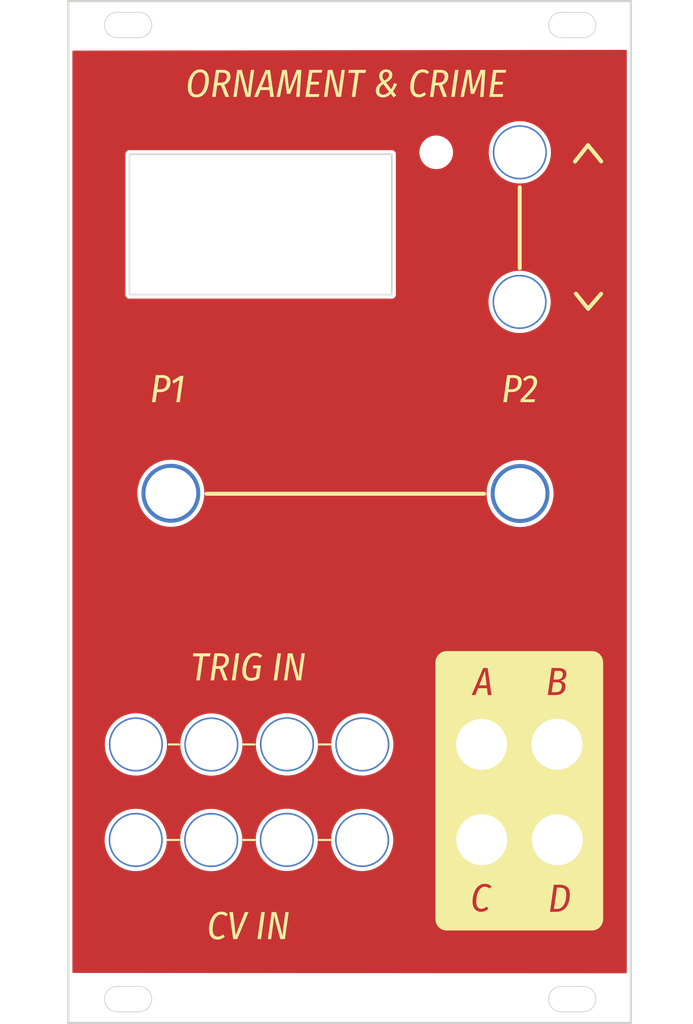
<source format=kicad_pcb>
(kicad_pcb (version 20211014) (generator pcbnew)
  (layers (0 "F.Cu" signal) (31 "B.Cu" signal) (34 "B.Paste" user) (35 "F.Paste" user) (36 "B.SilkS" user "B.Silkscreen") (37 "F.SilkS" user "F.Silkscreen") (38 "B.Mask" user) (39 "F.Mask" user) (44 "Edge.Cuts" user))
  (net 0 "")
  (footprint "Library:MountingHole_6.4mm_M6_MiniPad_TopBottom" (layer "F.Cu") (at 81.05 120.31)
    (fp_text reference "REF**" hide)
    (fp_text value "MountingHole_6.4mm_M6_MiniPad_TopBottom")
    (pad "1" connect circle (at 0 0) (size 6.4 6.4) (layers "F.Cu" "F.Mask"))
    (pad "1" thru_hole circle (at 0 0) (size 6.8 6.8) (drill 6.4) (layers *.Cu *.Mask))
    (pad "1" connect circle (at 0 0) (size 6.4 6.4) (layers "B.Cu" "B.Mask"))
  )
  (footprint "Library:MountingHole_6.4mm_M6_MiniPad_TopBottom" (layer "F.Cu") (at 100.04 120.3)
    (fp_text reference "REF**" hide)
    (fp_text value "MountingHole_6.4mm_M6_MiniPad_TopBottom")
    (pad "1" thru_hole circle (at 0 0) (size 6.8 6.8) (drill 6.4) (layers *.Cu *.Mask))
    (pad "1" connect circle (at 0 0) (size 6.4 6.4) (layers "B.Cu" "B.Mask"))
    (pad "1" connect circle (at 0 0) (size 6.4 6.4) (layers "F.Cu" "F.Mask"))
  )
  (footprint "Library:MountingHole_6.4mm_M6_MiniPad_TopBottom" (layer "F.Cu") (at 124.58 132.28)
    (fp_text reference "REF**" hide)
    (fp_text value "MountingHole_6.4mm_M6_MiniPad_TopBottom")
    (pad "1" connect circle (at 0 0) (size 6.4 6.4) (layers "B.Cu" "B.Mask"))
    (pad "1" connect circle (at 0 0) (size 6.4 6.4) (layers "F.Cu" "F.Mask"))
    (pad "1" thru_hole circle (at 0 0) (size 6.8 6.8) (drill 6.4) (layers *.Cu *.Mask))
  )
  (footprint "Library:MountingHole_6.4mm_M6_MiniPad_TopBottom" (layer "F.Cu") (at 100.02 132.3)
    (fp_text reference "REF**" hide)
    (fp_text value "MountingHole_6.4mm_M6_MiniPad_TopBottom")
    (pad "1" connect circle (at 0 0) (size 6.4 6.4) (layers "B.Cu" "B.Mask"))
    (pad "1" thru_hole circle (at 0 0) (size 6.8 6.8) (drill 6.4) (layers *.Cu *.Mask))
    (pad "1" connect circle (at 0 0) (size 6.4 6.4) (layers "F.Cu" "F.Mask"))
  )
  (footprint "Library:MountingHole_6.4mm_M6_MiniPad_TopBottom" (layer "F.Cu") (at 71.53 132.3)
    (fp_text reference "REF**" hide)
    (fp_text value "MountingHole_6.4mm_M6_MiniPad_TopBottom")
    (pad "1" connect circle (at 0 0) (size 6.4 6.4) (layers "B.Cu" "B.Mask"))
    (pad "1" connect circle (at 0 0) (size 6.4 6.4) (layers "F.Cu" "F.Mask"))
    (pad "1" thru_hole circle (at 0 0) (size 6.8 6.8) (drill 6.4) (layers *.Cu *.Mask))
  )
  (footprint "MountingHole:MountingHole_3.2mm_M3" (layer "F.Cu") (at 109.34 45.9)
    (fp_text reference "REF**" hide)
    (fp_text value "MountingHole_3.2mm_M3")
    (pad "" np_thru_hole circle (at 0 0) (size 3.2 3.2) (drill 3.2) (layers *.Cu *.Mask))
  )
  (footprint "Library:MountingHole_6.4mm_M6_MiniPad_TopBottom" (layer "F.Cu") (at 115.07 132.27)
    (fp_text reference "REF**" hide)
    (fp_text value "MountingHole_6.4mm_M6_MiniPad_TopBottom")
    (pad "1" connect circle (at 0 0) (size 6.4 6.4) (layers "F.Cu" "F.Mask"))
    (pad "1" connect circle (at 0 0) (size 6.4 6.4) (layers "B.Cu" "B.Mask"))
    (pad "1" thru_hole circle (at 0 0) (size 6.8 6.8) (drill 6.4) (layers *.Cu *.Mask))
  )
  (footprint "Library:MountingHole_6.4mm_M6_MiniPad_TopBottom" (layer "F.Cu") (at 90.56 120.29)
    (fp_text reference "REF**" hide)
    (fp_text value "MountingHole_6.4mm_M6_MiniPad_TopBottom")
    (pad "1" connect circle (at 0 0) (size 6.4 6.4) (layers "F.Cu" "F.Mask"))
    (pad "1" connect circle (at 0 0) (size 6.4 6.4) (layers "B.Cu" "B.Mask"))
    (pad "1" thru_hole circle (at 0 0) (size 6.8 6.8) (drill 6.4) (layers *.Cu *.Mask))
  )
  (footprint "Library:MountingHole_6.4mm_M6_MiniPad_TopBottom" (layer "F.Cu") (at 71.55 120.3)
    (fp_text reference "REF**" hide)
    (fp_text value "MountingHole_6.4mm_M6_MiniPad_TopBottom")
    (pad "1" connect circle (at 0 0) (size 6.4 6.4) (layers "F.Cu" "F.Mask"))
    (pad "1" thru_hole circle (at 0 0) (size 6.8 6.8) (drill 6.4) (layers *.Cu *.Mask))
    (pad "1" connect circle (at 0 0) (size 6.4 6.4) (layers "B.Cu" "B.Mask"))
  )
  (footprint "Library:MountingHole_7.2mm_Pad_TopBottom" (layer "F.Cu") (at 75.95 88.74)
    (fp_text reference "GND" hide)
    (fp_text value "MountingHole_7.2mm_Pad_TopBottom")
    (pad "1" connect circle (at 0 0) (size 7.4 7.4) (layers "F.Cu" "F.Mask"))
    (pad "1" connect circle (at 0 0) (size 7.4 7.4) (layers "B.Cu" "B.Mask"))
    (pad "1" thru_hole circle (at 0 0) (size 7.2 7.2) (drill 6.4) (layers *.Cu *.Mask))
  )
  (footprint "Library:MountingHole_6.4mm_M6_MiniPad_TopBottom" (layer "F.Cu") (at 119.83 64.69)
    (fp_text reference "REF**" hide)
    (fp_text value "MountingHole_6.4mm_M6_MiniPad_TopBottom")
    (pad "1" connect circle (at 0 0) (size 6.4 6.4) (layers "B.Cu" "B.Mask"))
    (pad "1" thru_hole circle (at 0 0) (size 6.8 6.8) (drill 6.4) (layers *.Cu *.Mask))
    (pad "1" connect circle (at 0 0) (size 6.4 6.4) (layers "F.Cu" "F.Mask"))
  )
  (footprint "Library:MountingHole_6.4mm_M6_MiniPad_TopBottom" (layer "F.Cu") (at 119.86 45.9)
    (fp_text reference "REF**" hide)
    (fp_text value "MountingHole_6.4mm_M6_MiniPad_TopBottom")
    (pad "1" connect circle (at 0 0) (size 6.4 6.4) (layers "F.Cu" "F.Mask"))
    (pad "1" connect circle (at 0 0) (size 6.4 6.4) (layers "B.Cu" "B.Mask"))
    (pad "1" thru_hole circle (at 0 0) (size 6.8 6.8) (drill 6.4) (layers *.Cu *.Mask))
  )
  (footprint "Library:MountingHole_6.4mm_M6_MiniPad_TopBottom" (layer "F.Cu") (at 115.05 120.3)
    (fp_text reference "REF**" hide)
    (fp_text value "MountingHole_6.4mm_M6_MiniPad_TopBottom")
    (pad "1" thru_hole circle (at 0 0) (size 6.8 6.8) (drill 6.4) (layers *.Cu *.Mask))
    (pad "1" connect circle (at 0 0) (size 6.4 6.4) (layers "B.Cu" "B.Mask"))
    (pad "1" connect circle (at 0 0) (size 6.4 6.4) (layers "F.Cu" "F.Mask"))
  )
  (footprint "Library:MountingHole_6.4mm_M6_MiniPad_TopBottom" (layer "F.Cu") (at 81.03 132.31)
    (fp_text reference "REF**" hide)
    (fp_text value "MountingHole_6.4mm_M6_MiniPad_TopBottom")
    (pad "1" connect circle (at 0 0) (size 6.4 6.4) (layers "F.Cu" "F.Mask"))
    (pad "1" connect circle (at 0 0) (size 6.4 6.4) (layers "B.Cu" "B.Mask"))
    (pad "1" thru_hole circle (at 0 0) (size 6.8 6.8) (drill 6.4) (layers *.Cu *.Mask))
  )
  (footprint "Library:MountingHole_6.4mm_M6_MiniPad_TopBottom" (layer "F.Cu") (at 90.54 132.29)
    (fp_text reference "REF**" hide)
    (fp_text value "MountingHole_6.4mm_M6_MiniPad_TopBottom")
    (pad "1" thru_hole circle (at 0 0) (size 6.8 6.8) (drill 6.4) (layers *.Cu *.Mask))
    (pad "1" connect circle (at 0 0) (size 6.4 6.4) (layers "B.Cu" "B.Mask"))
    (pad "1" connect circle (at 0 0) (size 6.4 6.4) (layers "F.Cu" "F.Mask"))
  )
  (footprint "Library:MountingHole_7.2mm_Pad_TopBottom" (layer "F.Cu") (at 119.89 88.77)
    (fp_text reference "GND" hide)
    (fp_text value "MountingHole_7.2mm_Pad_TopBottom")
    (pad "1" connect circle (at 0 0) (size 7.4 7.4) (layers "B.Cu" "B.Mask"))
    (pad "1" connect circle (at 0 0) (size 7.4 7.4) (layers "F.Cu" "F.Mask"))
    (pad "1" thru_hole circle (at 0 0) (size 7.2 7.2) (drill 6.4) (layers *.Cu *.Mask))
  )
  (footprint "Library:MountingHole_6.4mm_M6_MiniPad_TopBottom" (layer "F.Cu") (at 124.54 120.28)
    (fp_text reference "REF**" hide)
    (fp_text value "MountingHole_6.4mm_M6_MiniPad_TopBottom")
    (pad "1" connect circle (at 0 0) (size 6.4 6.4) (layers "F.Cu" "F.Mask"))
    (pad "1" thru_hole circle (at 0 0) (size 6.8 6.8) (drill 6.4) (layers *.Cu *.Mask))
    (pad "1" connect circle (at 0 0) (size 6.4 6.4) (layers "B.Cu" "B.Mask"))
  )
  (gr_line (start 94.615 120.300001) (end 96.012 120.300001) (layer "F.SilkS") (width 0.264582))
  (gr_line (start 75.565 132.300001) (end 76.962 132.300001) (layer "F.SilkS") (width 0.264582))
  (gr_line (start 119.84999 50.292) (end 119.84999 60.452) (layer "F.SilkS") (width 0.499999))
  (gr_line (start 85.09 132.300001) (end 86.487 132.300001) (layer "F.SilkS") (width 0.264582))
  (gr_line (start 94.615 132.300001) (end 96.012 132.300001) (layer "F.SilkS") (width 0.264582))
  (gr_poly (pts (xy 82.279743 108.848328) (xy 82.341556 108.850817) (xy 82.401363 108.854965) (xy 82.459163 108.860772) (xy 82.514957 108.868239) (xy 82.568745 108.877364) (xy 82.620526 108.888149) (xy 82.670301 108.900593) (xy 82.718069 108.914696) (xy 82.763831 108.930458) (xy 82.807586 108.947879) (xy 82.849335 108.966959) (xy 82.889078 108.987698) (xy 82.926814 109.010097) (xy 82.962544 109.034154) (xy 82.996267 109.059871) (xy 83.028563 109.087131) (xy 83.058775 109.115818) (xy 83.086904 109.145934) (xy 83.112949 109.177477) (xy 83.13691 109.210448) (xy 83.158788 109.244847) (xy 83.178582 109.280673) (xy 83.196293 109.317927) (xy 83.21192 109.356609) (xy 83.225463 109.396718) (xy 83.236923 109.438255) (xy 83.246299 109.48122) (xy 83.253592 109.525612) (xy 83.258801 109.571432) (xy 83.261926 109.618679) (xy 83.262968 109.667354) (xy 83.262215 109.709739) (xy 83.259958 109.7517) (xy 83.256196 109.793237) (xy 83.250929 109.834349) (xy 83.244158 109.875036) (xy 83.235881 109.915299) (xy 83.2261 109.955138) (xy 83.214814 109.994552) (xy 83.202023 110.033542) (xy 83.187727 110.072108) (xy 83.171927 110.110249) (xy 83.154622 110.147966) (xy 83.135811 110.185258) (xy 83.115497 110.222126) (xy 83.093677 110.25857) (xy 83.070352 110.294589) (xy 83.046121 110.329817) (xy 83.020346 110.363888) (xy 82.993028 110.396801) (xy 82.964166 110.428556) (xy 82.933761 110.459154) (xy 82.901813 110.488595) (xy 82.868321 110.516877) (xy 82.833286 110.544002) (xy 82.796708 110.56997) (xy 82.758586 110.59478) (xy 82.71892 110.618432) (xy 82.677711 110.640928) (xy 82.634959 110.662265) (xy 82.590664 110.682445) (xy 82.544824 110.701468) (xy 82.497442 110.719332) (xy 83.095047 112.250392) (xy 82.615974 112.250392) (xy 82.077635 110.803294) (xy 81.598562 110.803294) (xy 81.396066 112.250392) (xy 80.951566 112.250392) (xy 81.204661 110.452639) (xy 81.647951 110.452639) (xy 82.028246 110.452639) (xy 82.079178 110.451752) (xy 82.128259 110.44909) (xy 82.175487 110.444652) (xy 82.220863 110.43844) (xy 82.264387 110.430453) (xy 82.306059 110.420691) (xy 82.345879 110.409154) (xy 82.383846 110.395842) (xy 82.419962 110.380756) (xy 82.454226 110.363894) (xy 82.486637 110.345258) (xy 82.517196 110.324846) (xy 82.545903 110.30266) (xy 82.572758 110.278698) (xy 82.597761 110.252962) (xy 82.620912 110.225451) (xy 82.643041 110.196705) (xy 82.663742 110.167265) (xy 82.683015 110.13713) (xy 82.700861 110.106301) (xy 82.717279 110.074777) (xy 82.732269 110.042559) (xy 82.745832 110.009646) (xy 82.757967 109.976038) (xy 82.768674 109.941736) (xy 82.777954 109.906739) (xy 82.785806 109.871047) (xy 82.79223 109.834661) (xy 82.797227 109.79758) (xy 82.800796 109.759805) (xy 82.802938 109.721335) (xy 82.803651 109.68217) (xy 82.803092 109.651224) (xy 82.801414 109.621359) (xy 82.798616 109.592575) (xy 82.7947 109.564871) (xy 82.789664 109.538247) (xy 82.78351 109.512703) (xy 82.776237 109.48824) (xy 82.767844 109.464858) (xy 82.758333 109.442556) (xy 82.747703 109.421334) (xy 82.735954 109.401192) (xy 82.723085 109.382131) (xy 82.709098 109.364151) (xy 82.693992 109.34725) (xy 82.677767 109.331431) (xy 82.660423 109.316691) (xy 82.641844 109.302936) (xy 82.621915 109.290068) (xy 82.600635 109.278087) (xy 82.578005 109.266994) (xy 82.554024 109.256788) (xy 82.528693 109.24747) (xy 82.502012 109.239039) (xy 82.47398 109.231496) (xy 82.444597 109.22484) (xy 82.413864 109.219071) (xy 82.381781 109.21419) (xy 82.348347 109.210197) (xy 82.313563 109.207091) (xy 82.277428 109.204872) (xy 82.239943 109.203541) (xy 82.201107 109.203097) (xy 81.82575 109.203097) (xy 81.647951 110.452639) (xy 81.204661 110.452639) (xy 81.430639 108.847499) (xy 82.215923 108.847499)) (layer "F.SilkS") (width 0) (fill solid))
  (gr_poly (pts (xy 79.661873 35.481464) (xy 79.723975 35.482795) (xy 79.784341 35.486789) (xy 79.842971 35.493445) (xy 79.899865 35.502763) (xy 79.955022 35.514744) (xy 80.008443 35.529387) (xy 80.060128 35.546692) (xy 80.110076 35.56666) (xy 80.158288 35.589291) (xy 80.204764 35.614583) (xy 80.249503 35.642538) (xy 80.292506 35.673155) (xy 80.333773 35.706435) (xy 80.373303 35.742377) (xy 80.411097 35.780982) (xy 80.447155 35.822248) (xy 80.481843 35.865348) (xy 80.514292 35.910685) (xy 80.544504 35.958261) (xy 80.572479 36.008074) (xy 80.598215 36.060125) (xy 80.621713 36.114414) (xy 80.642973 36.170941) (xy 80.661996 36.229706) (xy 80.67878 36.290709) (xy 80.693327 36.35395) (xy 80.705636 36.419429) (xy 80.715706 36.487146) (xy 80.723539 36.557101) (xy 80.729134 36.629293) (xy 80.732491 36.703724) (xy 80.73361 36.780393) (xy 80.731063 36.911042) (xy 80.723424 37.041228) (xy 80.710691 37.170951) (xy 80.692864 37.300211) (xy 80.669945 37.429008) (xy 80.641932 37.557342) (xy 80.608826 37.685213) (xy 80.570627 37.812621) (xy 80.550099 37.875553) (xy 80.528029 37.937174) (xy 80.504415 37.997482) (xy 80.479257 38.056479) (xy 80.452556 38.114163) (xy 80.424312 38.170536) (xy 80.394524 38.225597) (xy 80.363193 38.279346) (xy 80.330318 38.331783) (xy 80.2959 38.382908) (xy 80.259939 38.432722) (xy 80.222434 38.481223) (xy 80.183386 38.528413) (xy 80.142795 38.574291) (xy 80.10066 38.618856) (xy 80.056982 38.66211) (xy 80.011779 38.702779) (xy 79.965072 38.740824) (xy 79.91686 38.776245) (xy 79.867143 38.809042) (xy 79.815922 38.839215) (xy 79.763195 38.866765) (xy 79.708964 38.891691) (xy 79.653228 38.913993) (xy 79.595986 38.933672) (xy 79.537241 38.950726) (xy 79.47699 38.965157) (xy 79.415235 38.976964) (xy 79.351975 38.986147) (xy 79.28721 38.992707) (xy 79.22094 38.996642) (xy 79.153166 38.997954) (xy 79.091044 38.996642) (xy 79.030619 38.992707) (xy 78.971893 38.986147) (xy 78.914864 38.976964) (xy 78.859533 38.965157) (xy 78.8059 38.950726) (xy 78.753964 38.933671) (xy 78.703727 38.913993) (xy 78.655186 38.891691) (xy 78.608344 38.866765) (xy 78.5632 38.839215) (xy 78.519753 38.809041) (xy 78.478004 38.776244) (xy 78.437952 38.740822) (xy 78.399599 38.702777) (xy 78.362943 38.662108) (xy 78.328256 38.619028) (xy 78.295806 38.573749) (xy 78.265594 38.52627) (xy 78.23762 38.476591) (xy 78.211883 38.424714) (xy 78.188385 38.370637) (xy 78.167125 38.314361) (xy 78.148102 38.255885) (xy 78.131318 38.19521) (xy 78.116771 38.132336) (xy 78.104463 38.067262) (xy 78.094392 37.999989) (xy 78.086559 37.930517) (xy 78.080964 37.858845) (xy 78.077607 37.784974) (xy 78.076706 37.72372) (xy 78.540739 37.72372) (xy 78.543208 37.833167) (xy 78.550616 37.935553) (xy 78.562964 38.030877) (xy 78.58025 38.11914) (xy 78.602475 38.200343) (xy 78.629639 38.274484) (xy 78.645073 38.308907) (xy 78.661741 38.341564) (xy 78.679645 38.372456) (xy 78.698783 38.401583) (xy 78.719156 38.428945) (xy 78.740764 38.454541) (xy 78.763606 38.478372) (xy 78.787683 38.500438) (xy 78.812995 38.520739) (xy 78.839541 38.539274) (xy 78.867323 38.556044) (xy 78.896339 38.571049) (xy 78.926589 38.584288) (xy 78.958075 38.595763) (xy 78.990795 38.605472) (xy 79.02475 38.613415) (xy 79.059939 38.619594) (xy 79.096363 38.624007) (xy 79.134022 38.626655) (xy 79.172916 38.627538) (xy 79.222324 38.626361) (xy 79.270536 38.62283) (xy 79.317552 38.616946) (xy 79.363371 38.608708) (xy 79.407995 38.598116) (xy 79.451423 38.585171) (xy 79.493654 38.569872) (xy 79.534689 38.55222) (xy 79.574528 38.532213) (xy 79.613171 38.509853) (xy 79.650618 38.485139) (xy 79.686869 38.458072) (xy 79.721923 38.428651) (xy 79.755782 38.396876) (xy 79.788444 38.362747) (xy 79.81991 38.326265) (xy 79.850218 38.287506) (xy 79.879408 38.247783) (xy 79.907478 38.207095) (xy 79.93443 38.165443) (xy 79.960263 38.122825) (xy 79.984977 38.079244) (xy 80.008571 38.034697) (xy 80.031047 37.989186) (xy 80.052404 37.94271) (xy 80.072642 37.89527) (xy 80.091761 37.846865) (xy 80.109761 37.797495) (xy 80.126642 37.747161) (xy 80.142405 37.695862) (xy 80.157048 37.643598) (xy 80.170572 37.59037) (xy 80.19488 37.482023) (xy 80.215947 37.374294) (xy 80.233774 37.267181) (xy 80.248359 37.160687) (xy 80.259703 37.054809) (xy 80.267806 36.949549) (xy 80.272667 36.844906) (xy 80.274288 36.740881) (xy 80.273651 36.684412) (xy 80.271741 36.629833) (xy 80.268558 36.577145) (xy 80.264102 36.526348) (xy 80.258372 36.477441) (xy 80.251369 36.430425) (xy 80.243092 36.3853) (xy 80.233542 36.342065) (xy 80.222719 36.300721) (xy 80.210623 36.261268) (xy 80.197253 36.223705) (xy 80.18261 36.188033) (xy 80.166694 36.154252) (xy 80.149504 36.122362) (xy 80.131041 36.092362) (xy 80.111305 36.064253) (xy 80.090932 36.037938) (xy 80.069324 36.013321) (xy 80.046482 35.990401) (xy 80.022404 35.969179) (xy 79.997092 35.949655) (xy 79.970546 35.931829) (xy 79.942764 35.9157) (xy 79.913748 35.90127) (xy 79.883498 35.888537) (xy 79.852012 35.877501) (xy 79.819292 35.868164) (xy 79.785337 35.860524) (xy 79.750148 35.854582) (xy 79.713723 35.850337) (xy 79.676064 35.847791) (xy 79.637172 35.846942) (xy 79.588362 35.848119) (xy 79.54071 35.851649) (xy 79.494215 35.857533) (xy 79.448877 35.865771) (xy 79.404698 35.876363) (xy 79.361675 35.889308) (xy 79.31981 35.904607) (xy 79.279103 35.92226) (xy 79.239553 35.942266) (xy 79.201161 35.964626) (xy 79.163926 35.98934) (xy 79.127849 36.016407) (xy 79.09293 36.045828) (xy 79.059168 36.077603) (xy 79.026564 36.111732) (xy 78.995117 36.148214) (xy 78.964808 36.186394) (xy 78.935619 36.225616) (xy 78.907548 36.265879) (xy 78.880597 36.307185) (xy 78.854764 36.349532) (xy 78.83005 36.392921) (xy 78.806455 36.437352) (xy 78.78398 36.482824) (xy 78.762623 36.529339) (xy 78.742385 36.576895) (xy 78.723266 36.625493) (xy 78.705266 36.675133) (xy 78.688385 36.725814) (xy 78.672623 36.777537) (xy 78.65798 36.830302) (xy 78.644457 36.884109) (xy 78.620148 36.991221) (xy 78.59908 37.097716) (xy 78.581254 37.203593) (xy 78.566668 37.308853) (xy 78.555324 37.413496) (xy 78.547221 37.517521) (xy 78.542359 37.620929) (xy 78.540739 37.72372) (xy 78.076706 37.72372) (xy 78.076488 37.708903) (xy 78.079035 37.581727) (xy 78.086675 37.45455) (xy 78.099408 37.327374) (xy 78.117235 37.200197) (xy 78.140154 37.07302) (xy 78.168167 36.945844) (xy 78.201274 36.818667) (xy 78.239473 36.691491) (xy 78.260598 36.627941) (xy 78.283229 36.565704) (xy 78.307364 36.504778) (xy 78.333004 36.445164) (xy 78.360148 36.386862) (xy 78.388797 36.329872) (xy 78.418952 36.274194) (xy 78.450611 36.219827) (xy 78.483775 36.166773) (xy 78.518443 36.11503) (xy 78.554617 36.064599) (xy 78.592295 36.01548) (xy 78.631478 35.967673) (xy 78.672166 35.921178) (xy 78.714359 35.875995) (xy 78.758056 35.832124) (xy 78.803259 35.789661) (xy 78.849966 35.749937) (xy 78.898178 35.712954) (xy 78.947895 35.678709) (xy 78.999116 35.647205) (xy 79.051843 35.618439) (xy 79.106074 35.592414) (xy 79.161811 35.569128) (xy 79.219052 35.548581) (xy 79.277797 35.530774) (xy 79.338048 35.515707) (xy 79.399803 35.503379) (xy 79.463063 35.49379) (xy 79.527828 35.486941) (xy 79.594098 35.482832) (xy 79.661873 35.481462)) (layer "F.SilkS") (width 0) (fill solid))
  (gr_poly (pts (xy 74.90966 73.890676) (xy 74.97047 73.893338) (xy 75.029428 73.897776) (xy 75.086533 73.903988) (xy 75.141787 73.911975) (xy 75.195189 73.921737) (xy 75.246738 73.933274) (xy 75.296436 73.946585) (xy 75.344282 73.961672) (xy 75.390275 73.978534) (xy 75.434416 73.99717) (xy 75.476706 74.017582) (xy 75.517143 74.039768) (xy 75.555728 74.063729) (xy 75.592461 74.089465) (xy 75.627342 74.116977) (xy 75.660834 74.146205) (xy 75.692165 74.177092) (xy 75.721335 74.209639) (xy 75.748345 74.243844) (xy 75.773194 74.279709) (xy 75.795882 74.317233) (xy 75.816409 74.356417) (xy 75.834776 74.397259) (xy 75.850982 74.439761) (xy 75.865027 74.483922) (xy 75.876911 74.529741) (xy 75.886635 74.577221) (xy 75.894197 74.626359) (xy 75.899599 74.677156) (xy 75.90284 74.729613) (xy 75.903921 74.783728) (xy 75.903381 74.824899) (xy 75.90176 74.865683) (xy 75.899059 74.906082) (xy 75.895278 74.946094) (xy 75.890416 74.985721) (xy 75.884474 75.024962) (xy 75.877451 75.063817) (xy 75.869348 75.102287) (xy 75.860165 75.14037) (xy 75.849902 75.178068) (xy 75.838558 75.215379) (xy 75.826133 75.252305) (xy 75.812629 75.288846) (xy 75.798044 75.325) (xy 75.782378 75.360769) (xy 75.765632 75.396151) (xy 75.748288 75.430936) (xy 75.729594 75.46491) (xy 75.709549 75.498074) (xy 75.688154 75.530428) (xy 75.665408 75.561971) (xy 75.641311 75.592704) (xy 75.615865 75.622627) (xy 75.589067 75.651739) (xy 75.560919 75.680041) (xy 75.531421 75.707533) (xy 75.500572 75.734214) (xy 75.468373 75.760085) (xy 75.434823 75.785146) (xy 75.399923 75.809397) (xy 75.363672 75.832837) (xy 75.32607 75.855468) (xy 75.287717 75.876998) (xy 75.247974 75.89714) (xy 75.206843 75.915892) (xy 75.164322 75.933255) (xy 75.120412 75.949229) (xy 75.075114 75.963815) (xy 75.028426 75.977011) (xy 74.980349 75.988818) (xy 74.930883 75.999235) (xy 74.880028 76.008264) (xy 74.827783 76.015904) (xy 74.77415 76.022155) (xy 74.719128 76.027016) (xy 74.662716 76.030489) (xy 74.604916 76.032572) (xy 74.545727 76.033267) (xy 74.200004 76.033267) (xy 74.022205 77.292685) (xy 73.577705 77.292685) (xy 73.805072 75.677672) (xy 74.249389 75.677672) (xy 74.565481 75.677668) (xy 74.624844 75.676665) (xy 74.681931 75.673656) (xy 74.736741 75.66864) (xy 74.789274 75.661617) (xy 74.839531 75.652589) (xy 74.887512 75.641553) (xy 74.933215 75.628512) (xy 74.976643 75.613464) (xy 75.017794 75.596409) (xy 75.056669 75.577348) (xy 75.093267 75.556281) (xy 75.127588 75.533207) (xy 75.159633 75.508127) (xy 75.189401 75.48104) (xy 75.216894 75.451947) (xy 75.242109 75.420848) (xy 75.266032 75.388243) (xy 75.288411 75.354636) (xy 75.309247 75.320025) (xy 75.32854 75.284411) (xy 75.346289 75.247794) (xy 75.362495 75.210174) (xy 75.377157 75.17155) (xy 75.390276 75.131924) (xy 75.401851 75.091294) (xy 75.411884 75.04966) (xy 75.420372 75.007024) (xy 75.427317 74.963384) (xy 75.432719 74.918741) (xy 75.436578 74.873095) (xy 75.438893 74.826445) (xy 75.439664 74.778792) (xy 75.439028 74.743622) (xy 75.437118 74.709726) (xy 75.433935 74.677103) (xy 75.429478 74.645752) (xy 75.423748 74.615676) (xy 75.416745 74.586872) (xy 75.408468 74.559342) (xy 75.398918 74.533085) (xy 75.388095 74.508101) (xy 75.375998 74.48439) (xy 75.362628 74.461953) (xy 75.347985 74.440789) (xy 75.332069 74.420898) (xy 75.314879 74.40228) (xy 75.296416 74.384936) (xy 75.27668 74.368865) (xy 75.256287 74.353913) (xy 75.234622 74.339927) (xy 75.211683 74.326904) (xy 75.187471 74.314847) (xy 75.161985 74.303754) (xy 75.135226 74.293625) (xy 75.107194 74.284461) (xy 75.077889 74.276262) (xy 75.04731 74.269027) (xy 75.015458 74.262758) (xy 74.982333 74.257452) (xy 74.947934 74.253111) (xy 74.912262 74.249735) (xy 74.875317 74.247324) (xy 74.837099 74.245877) (xy 74.797607 74.245395) (xy 74.451885 74.245395) (xy 74.249389 75.677672) (xy 73.805072 75.677672) (xy 74.056777 73.889788) (xy 74.846998 73.889788)) (layer "F.SilkS") (width 0) (fill solid))
  (gr_poly (pts (xy 80.857732 109.23273) (xy 80.023061 109.23273) (xy 79.598316 112.250392) (xy 79.153816 112.250392) (xy 79.578562 109.23273) (xy 78.719194 109.23273) (xy 78.773525 108.847499) (xy 80.961452 108.847499)) (layer "F.SilkS") (width 0) (fill solid))
  (gr_poly (pts (xy 88.917356 38.938687) (xy 88.4531 38.938687) (xy 88.34938 38.074381) (xy 87.228252 38.074381) (xy 86.88253 38.938687) (xy 86.423214 38.938687) (xy 86.944085 37.713841) (xy 87.371479 37.713841) (xy 88.304929 37.713841) (xy 88.092558 35.911147) (xy 87.371479 37.713841) (xy 86.944085 37.713841) (xy 87.87031 35.535792) (xy 88.428405 35.535792)) (layer "F.SilkS") (width 0) (fill solid))
  (gr_line (start 75.692 120.300001) (end 76.962 120.300001) (layer "F.SilkS") (width 0.264582))
  (gr_poly (pts (xy 84.105051 144.279818) (xy 85.260749 141.360927) (xy 85.725004 141.360927) (xy 84.297668 144.763827) (xy 83.793901 144.763827) (xy 83.30989 141.360927) (xy 83.769207 141.360927)) (layer "F.SilkS") (width 0) (fill solid))
  (gr_poly (pts (xy 84.072944 112.250392) (xy 83.628444 112.250392) (xy 84.107517 108.847499) (xy 84.552017 108.847499)) (layer "F.SilkS") (width 0) (fill solid))
  (gr_line (start 126.80337 47.061641) (end 128.438456 44.994379) (layer "F.SilkS") (width 0.499999))
  (gr_poly (pts (xy 82.466781 35.536622) (xy 82.528594 35.53911) (xy 82.588401 35.543258) (xy 82.646202 35.549065) (xy 82.701996 35.556532) (xy 82.755783 35.565657) (xy 82.807564 35.576441) (xy 82.857339 35.588885) (xy 82.905107 35.602988) (xy 82.950869 35.61875) (xy 82.994625 35.636171) (xy 83.036374 35.655251) (xy 83.076116 35.675991) (xy 83.113852 35.698389) (xy 83.149582 35.722447) (xy 83.183305 35.748164) (xy 83.215601 35.775424) (xy 83.245814 35.804112) (xy 83.273942 35.834228) (xy 83.299987 35.865771) (xy 83.323949 35.898742) (xy 83.345826 35.933141) (xy 83.365621 35.968967) (xy 83.383331 36.006221) (xy 83.398958 36.044903) (xy 83.412502 36.085012) (xy 83.423961 36.126549) (xy 83.433338 36.169513) (xy 83.44063 36.213905) (xy 83.445839 36.259725) (xy 83.448964 36.306973) (xy 83.450006 36.355648) (xy 83.450004 36.355648) (xy 83.449252 36.398034) (xy 83.446995 36.439995) (xy 83.443233 36.481532) (xy 83.437966 36.522644) (xy 83.431194 36.563332) (xy 83.422918 36.603596) (xy 83.413137 36.643435) (xy 83.40185 36.682849) (xy 83.38906 36.72184) (xy 83.374764 36.760406) (xy 83.358963 36.798547) (xy 83.341658 36.836264) (xy 83.322848 36.873556) (xy 83.302533 36.910424) (xy 83.280713 36.946868) (xy 83.257389 36.982887) (xy 83.233157 37.018115) (xy 83.207383 37.052186) (xy 83.180064 37.085099) (xy 83.151203 37.116854) (xy 83.120798 37.147452) (xy 83.088849 37.176893) (xy 83.055357 37.205175) (xy 83.020322 37.232301) (xy 82.983743 37.258268) (xy 82.945621 37.283078) (xy 82.905955 37.306731) (xy 82.864746 37.329226) (xy 82.821994 37.350564) (xy 82.777698 37.370743) (xy 82.731859 37.389766) (xy 82.684477 37.407631) (xy 83.282083 38.938687) (xy 82.803011 38.938687) (xy 82.264671 37.491592) (xy 81.785598 37.491592) (xy 81.583105 38.938687) (xy 81.138605 38.938687) (xy 81.3917 37.140932) (xy 81.834987 37.140932) (xy 82.215282 37.140931) (xy 82.266215 37.140043) (xy 82.315295 37.137381) (xy 82.362523 37.132944) (xy 82.407899 37.126732) (xy 82.451424 37.118745) (xy 82.493095 37.108983) (xy 82.532915 37.097446) (xy 82.570883 37.084134) (xy 82.606999 37.069047) (xy 82.641262 37.052185) (xy 82.673673 37.033549) (xy 82.704233 37.013137) (xy 82.73294 36.990951) (xy 82.759795 36.966989) (xy 82.784798 36.941253) (xy 82.807949 36.913742) (xy 82.830077 36.884996) (xy 82.850778 36.855555) (xy 82.870052 36.825421) (xy 82.887897 36.794591) (xy 82.904315 36.763067) (xy 82.919305 36.730848) (xy 82.932868 36.697935) (xy 82.945003 36.664328) (xy 82.955711 36.630026) (xy 82.96499 36.595029) (xy 82.972842 36.559338) (xy 82.979267 36.522952) (xy 82.984264 36.485872) (xy 82.987833 36.448097) (xy 82.989974 36.409628) (xy 82.990688 36.370464) (xy 82.990128 36.339519) (xy 82.98845 36.309654) (xy 82.985653 36.28087) (xy 82.981736 36.253166) (xy 82.976701 36.226542) (xy 82.970547 36.200999) (xy 82.963273 36.176536) (xy 82.954881 36.153153) (xy 82.94537 36.130851) (xy 82.934739 36.10963) (xy 82.92299 36.089488) (xy 82.910122 36.070427) (xy 82.896135 36.052447) (xy 82.881029 36.035546) (xy 82.864804 36.019726) (xy 82.847459 36.004987) (xy 82.828881 35.991231) (xy 82.808951 35.978363) (xy 82.787672 35.966382) (xy 82.765042 35.955289) (xy 82.741061 35.945084) (xy 82.71573 35.935765) (xy 82.689048 35.927334) (xy 82.661016 35.919791) (xy 82.631634 35.913135) (xy 82.600901 35.907367) (xy 82.568818 35.902486) (xy 82.535384 35.898492) (xy 82.500599 35.895386) (xy 82.464464 35.893167) (xy 82.426979 35.891836) (xy 82.388143 35.891393) (xy 82.012787 35.891393) (xy 81.834987 37.140932) (xy 81.3917 37.140932) (xy 81.617677 35.535792) (xy 82.402961 35.535792)) (layer "F.SilkS") (width 0) (fill solid))
  (gr_poly (pts (xy 82.344702 141.30696) (xy 82.37667 141.308002) (xy 82.408136 141.309738) (xy 82.4391 141.312169) (xy 82.469563 141.315294) (xy 82.499524 141.319114) (xy 82.528984 141.323628) (xy 82.557942 141.328837) (xy 82.586398 141.334741) (xy 82.614353 141.341338) (xy 82.641806 141.348631) (xy 82.668758 141.356618) (xy 82.695208 141.365299) (xy 82.721157 141.374675) (xy 82.746604 141.384746) (xy 82.771549 141.39551) (xy 82.796108 141.406357) (xy 82.820398 141.417898) (xy 82.844417 141.430133) (xy 82.868166 141.443062) (xy 82.891645 141.456685) (xy 82.914854 141.471001) (xy 82.937793 141.486012) (xy 82.960461 141.501716) (xy 82.98286 141.518115) (xy 83.004988 141.535207) (xy 83.026847 141.552993) (xy 83.048435 141.571473) (xy 83.069753 141.590647) (xy 83.090801 141.610514) (xy 83.111579 141.631076) (xy 83.132087 141.652331) (xy 82.875265 141.899272) (xy 82.840847 141.870643) (xy 82.806738 141.84402) (xy 82.772937 141.819403) (xy 82.756153 141.807847) (xy 82.739445 141.796792) (xy 82.722815 141.786239) (xy 82.706262 141.776187) (xy 82.689786 141.766637) (xy 82.673387 141.757589) (xy 82.657066 141.749042) (xy 82.640821 141.740997) (xy 82.624654 141.733454) (xy 82.608564 141.726413) (xy 82.592397 141.719837) (xy 82.575998 141.713686) (xy 82.559368 141.707959) (xy 82.542507 141.702656) (xy 82.525413 141.697777) (xy 82.508089 141.693323) (xy 82.490533 141.689293) (xy 82.472745 141.685688) (xy 82.454726 141.682506) (xy 82.436475 141.679749) (xy 82.417993 141.677416) (xy 82.399279 141.675508) (xy 82.380334 141.674023) (xy 82.361157 141.672962) (xy 82.341749 141.672326) (xy 82.322109 141.672114) (xy 82.274476 141.673252) (xy 82.227884 141.676667) (xy 82.182334 141.682358) (xy 82.137826 141.690326) (xy 82.09436 141.70057) (xy 82.051936 141.713091) (xy 82.010553 141.727889) (xy 81.970212 141.744963) (xy 81.930913 141.764313) (xy 81.892656 141.78594) (xy 81.855441 141.809844) (xy 81.819267 141.836024) (xy 81.784136 141.864481) (xy 81.750046 141.895214) (xy 81.716998 141.928224) (xy 81.684992 141.963511) (xy 81.654644 141.999878) (xy 81.625339 142.037363) (xy 81.597076 142.075968) (xy 81.569854 142.115691) (xy 81.543674 142.156533) (xy 81.518536 142.198494) (xy 81.49444 142.241574) (xy 81.471385 142.285773) (xy 81.449372 142.331091) (xy 81.428401 142.377528) (xy 81.408472 142.425084) (xy 81.389585 142.47376) (xy 81.371739 142.523554) (xy 81.354935 142.574468) (xy 81.339173 142.6265) (xy 81.324453 142.679652) (xy 81.298987 142.787226) (xy 81.276916 142.89511) (xy 81.258241 143.003302) (xy 81.242961 143.111803) (xy 81.231077 143.220612) (xy 81.222588 143.32973) (xy 81.217495 143.439157) (xy 81.215797 143.548892) (xy 81.216453 143.605361) (xy 81.218421 143.65994) (xy 81.221701 143.712628) (xy 81.226292 143.763426) (xy 81.232196 143.812332) (xy 81.239411 143.859348) (xy 81.247939 143.904474) (xy 81.257778 143.947708) (xy 81.268929 143.989052) (xy 81.281392 144.028505) (xy 81.295167 144.066067) (xy 81.310254 144.101739) (xy 81.326653 144.13552) (xy 81.344363 144.167411) (xy 81.363386 144.197411) (xy 81.38372 144.22552) (xy 81.40581 144.251835) (xy 81.428864 144.276452) (xy 81.452884 144.299372) (xy 81.477867 144.320593) (xy 81.503816 144.340117) (xy 81.530729 144.357943) (xy 81.558607 144.374071) (xy 81.587449 144.388502) (xy 81.617256 144.401235) (xy 81.648028 144.41227) (xy 81.679764 144.421607) (xy 81.712465 144.429247) (xy 81.74613 144.435188) (xy 81.78076 144.439433) (xy 81.816355 144.441979) (xy 81.852914 144.442828) (xy 81.877416 144.442558) (xy 81.901532 144.441748) (xy 81.925262 144.440399) (xy 81.948606 144.438509) (xy 81.971564 144.43608) (xy 81.994136 144.433111) (xy 82.016323 144.429602) (xy 82.038123 144.425553) (xy 82.059538 144.420965) (xy 82.080567 144.415836) (xy 82.10121 144.410168) (xy 82.121467 144.40396) (xy 82.141338 144.397212) (xy 82.160823 144.389924) (xy 82.179923 144.382096) (xy 82.198637 144.373729) (xy 82.237531 144.354201) (xy 82.27766 144.332667) (xy 82.319023 144.309128) (xy 82.361621 144.283583) (xy 82.405453 144.256033) (xy 82.450521 144.226477) (xy 82.496822 144.194916) (xy 82.544359 144.161349) (xy 82.732036 144.45769) (xy 82.679811 144.501946) (xy 82.626853 144.543347) (xy 82.573162 144.581892) (xy 82.518737 144.617582) (xy 82.46358 144.650418) (xy 82.407689 144.680398) (xy 82.351066 144.707523) (xy 82.293709 144.731792) (xy 82.235619 144.753207) (xy 82.176796 144.771766) (xy 82.11724 144.78747) (xy 82.056951 144.800319) (xy 81.995929 144.810312) (xy 81.934174 144.81745) (xy 81.871685 144.821733) (xy 81.808464 144.823161) (xy 81.748734 144.82183) (xy 81.690548 144.817836) (xy 81.633905 144.81118) (xy 81.578805 144.801862) (xy 81.525249 144.789881) (xy 81.473237 144.775238) (xy 81.422767 144.757933) (xy 81.373841 144.737965) (xy 81.326459 144.715335) (xy 81.28062 144.690043) (xy 81.236324 144.662088) (xy 81.193572 144.631471) (xy 81.152363 144.598191) (xy 81.112697 144.56225) (xy 81.074575 144.523645) (xy 81.037996 144.482379) (xy 81.003308 144.438681) (xy 80.970858 144.392784) (xy 80.940646 144.344688) (xy 80.912672 144.294392) (xy 80.886936 144.241897) (xy 80.863438 144.187203) (xy 80.842177 144.130309) (xy 80.823155 144.071216) (xy 80.80637 144.009924) (xy 80.791824 143.946432) (xy 80.779515 143.880741) (xy 80.769444 143.812851) (xy 80.761612 143.742762) (xy 80.756017 143.670473) (xy 80.75266 143.595985) (xy 80.751541 143.519297) (xy 80.754165 143.388648) (xy 80.762036 143.258462) (xy 80.775155 143.128739) (xy 80.793521 142.999479) (xy 80.817135 142.870682) (xy 80.845996 142.742348) (xy 80.880105 142.614478) (xy 80.919462 142.487071) (xy 80.941166 142.424157) (xy 80.964298 142.362594) (xy 80.988857 142.302381) (xy 81.014844 142.243519) (xy 81.042259 142.186008) (xy 81.071101 142.129847) (xy 81.101371 142.075036) (xy 81.133069 142.021577) (xy 81.166194 141.969468) (xy 81.200747 141.918709) (xy 81.236727 141.869301) (xy 81.274136 141.821244) (xy 81.312972 141.774537) (xy 81.353235 141.72918) (xy 81.394926 141.685175) (xy 81.438045 141.64252) (xy 81.482553 141.601852) (xy 81.528411 141.563808) (xy 81.57562 141.528387) (xy 81.62418 141.495591) (xy 81.67409 141.465418) (xy 81.72535 141.437868) (xy 81.777961 141.412943) (xy 81.831922 141.390641) (xy 81.887234 141.370963) (xy 81.943896 141.353909) (xy 82.001909 141.339478) (xy 82.061272 141.327671) (xy 82.121985 141.318488) (xy 82.184049 141.311929) (xy 82.247464 141.307993) (xy 82.312229 141.306681) (xy 82.312233 141.306613)) (layer "F.SilkS") (width 0) (fill solid))
  (gr_poly (pts (xy 113.977266 38.024993) (xy 114.905779 35.535792) (xy 115.523142 35.535792) (xy 115.300894 38.938687) (xy 114.87121 38.938687) (xy 114.979868 37.407631) (xy 115.007959 37.03814) (xy 115.037901 36.680379) (xy 115.069694 36.334349) (xy 115.103338 36.000048) (xy 114.1205 38.553453) (xy 113.685877 38.553453) (xy 113.369787 36.004986) (xy 113.354044 36.1246) (xy 113.333979 36.261191) (xy 113.280886 36.585306) (xy 113.210507 36.97733) (xy 113.122843 37.437264) (xy 112.821569 38.938687) (xy 112.386945 38.938687) (xy 113.122839 35.535792) (xy 113.685873 35.535792)) (layer "F.SilkS") (width 0) (fill solid))
  (gr_poly (pts (xy 92.054186 111.865153) (xy 92.058739 111.714285) (xy 92.064991 111.565424) (xy 92.07294 111.418569) (xy 92.082587 111.273721) (xy 92.09393 111.130879) (xy 92.106972 110.990043) (xy 92.121711 110.851213) (xy 92.138147 110.714389) (xy 92.394972 108.847491) (xy 92.809839 108.847491) (xy 92.330763 112.250392) (xy 91.747972 112.250392) (xy 90.947874 109.237666) (xy 90.942625 109.396095) (xy 90.93429 109.560236) (xy 90.922869 109.730088) (xy 90.908361 109.90565) (xy 90.890766 110.086923) (xy 90.870085 110.273906) (xy 90.846317 110.4666) (xy 90.819463 110.665004) (xy 90.602152 112.250384) (xy 90.187284 112.250384) (xy 90.666357 108.847491) (xy 91.249147 108.847491)) (layer "F.SilkS") (width 0) (fill solid))
  (gr_poly (pts (xy 90.021837 144.378588) (xy 90.026391 144.22772) (xy 90.032642 144.078859) (xy 90.040591 143.932005) (xy 90.050237 143.787157) (xy 90.061581 143.644316) (xy 90.074622 143.503481) (xy 90.08936 143.364653) (xy 90.105796 143.227832) (xy 90.362615 141.360934) (xy 90.777483 141.360934) (xy 90.298414 144.763827) (xy 89.715627 144.763827) (xy 88.915527 141.751109) (xy 88.910279 141.909538) (xy 88.901944 142.073678) (xy 88.890523 142.243528) (xy 88.876015 142.419089) (xy 88.85842 142.600361) (xy 88.837739 142.787343) (xy 88.813971 142.980036) (xy 88.787117 143.178439) (xy 88.569805 144.763827) (xy 88.154937 144.763827) (xy 88.63401 141.360927) (xy 89.216798 141.360927)) (layer "F.SilkS") (width 0) (fill solid))
  (gr_poly (pts (xy 119.110294 73.890676) (xy 119.171104 73.893338) (xy 119.230062 73.897776) (xy 119.287168 73.903988) (xy 119.342422 73.911975) (xy 119.395824 73.921737) (xy 119.447373 73.933274) (xy 119.497071 73.946585) (xy 119.544916 73.961672) (xy 119.59091 73.978534) (xy 119.635051 73.99717) (xy 119.677341 74.017582) (xy 119.717778 74.039768) (xy 119.756363 74.063729) (xy 119.793097 74.089465) (xy 119.827978 74.116977) (xy 119.861469 74.146205) (xy 119.8928 74.177092) (xy 119.92197 74.209639) (xy 119.94898 74.243844) (xy 119.973828 74.279709) (xy 119.996516 74.317233) (xy 120.017044 74.356417) (xy 120.03541 74.397259) (xy 120.051616 74.439761) (xy 120.065661 74.483922) (xy 120.077545 74.529741) (xy 120.087269 74.577221) (xy 120.094831 74.626359) (xy 120.100233 74.677156) (xy 120.103474 74.729613) (xy 120.104555 74.783728) (xy 120.104015 74.824899) (xy 120.102394 74.865683) (xy 120.099693 74.906082) (xy 120.095912 74.946094) (xy 120.09105 74.985721) (xy 120.085108 75.024962) (xy 120.078085 75.063817) (xy 120.069982 75.102287) (xy 120.060799 75.14037) (xy 120.050535 75.178068) (xy 120.039191 75.215379) (xy 120.026766 75.252305) (xy 120.013262 75.288846) (xy 119.998676 75.325) (xy 119.983011 75.360769) (xy 119.966264 75.396151) (xy 119.94892 75.430936) (xy 119.930226 75.46491) (xy 119.910181 75.498074) (xy 119.888785 75.530428) (xy 119.866039 75.561971) (xy 119.841943 75.592704) (xy 119.816496 75.622627) (xy 119.789699 75.651739) (xy 119.761551 75.680041) (xy 119.732053 75.707533) (xy 119.701204 75.734214) (xy 119.669005 75.760085) (xy 119.635456 75.785146) (xy 119.600556 75.809397) (xy 119.564305 75.832837) (xy 119.526704 75.855468) (xy 119.488351 75.876998) (xy 119.448608 75.89714) (xy 119.407477 75.915892) (xy 119.364956 75.933255) (xy 119.321046 75.949229) (xy 119.275747 75.963815) (xy 119.229059 75.977011) (xy 119.180982 75.988818) (xy 119.131516 75.999235) (xy 119.08066 76.008264) (xy 119.028416 76.015904) (xy 118.974783 76.022155) (xy 118.91976 76.027016) (xy 118.863349 76.030489) (xy 118.805548 76.032572) (xy 118.746359 76.033267) (xy 118.400636 76.033267) (xy 118.222837 77.292685) (xy 117.778337 77.292685) (xy 118.005705 75.677672) (xy 118.450025 75.677672) (xy 118.766115 75.677668) (xy 118.825478 75.676665) (xy 118.882565 75.673656) (xy 118.937375 75.66864) (xy 118.989908 75.661617) (xy 119.040165 75.652589) (xy 119.088146 75.641553) (xy 119.13385 75.628512) (xy 119.177278 75.613464) (xy 119.218429 75.596409) (xy 119.257303 75.577348) (xy 119.293901 75.556281) (xy 119.328223 75.533207) (xy 119.360268 75.508127) (xy 119.390036 75.48104) (xy 119.417528 75.451947) (xy 119.442743 75.420848) (xy 119.466666 75.388243) (xy 119.489045 75.354636) (xy 119.509881 75.320025) (xy 119.529173 75.284411) (xy 119.546922 75.247794) (xy 119.563128 75.210174) (xy 119.57779 75.17155) (xy 119.590909 75.131924) (xy 119.602485 75.091294) (xy 119.612517 75.04966) (xy 119.621006 75.007024) (xy 119.627951 74.963384) (xy 119.633353 74.918741) (xy 119.637212 74.873095) (xy 119.639527 74.826445) (xy 119.640299 74.778792) (xy 119.639662 74.743622) (xy 119.637752 74.709726) (xy 119.634569 74.677103) (xy 119.630112 74.645752) (xy 119.624382 74.615676) (xy 119.617379 74.586872) (xy 119.609102 74.559342) (xy 119.599552 74.533085) (xy 119.588729 74.508101) (xy 119.576633 74.48439) (xy 119.563263 74.461953) (xy 119.54862 74.440789) (xy 119.532704 74.420898) (xy 119.515514 74.40228) (xy 119.497052 74.384936) (xy 119.477316 74.368865) (xy 119.456923 74.353913) (xy 119.435257 74.339927) (xy 119.412318 74.326904) (xy 119.388105 74.314847) (xy 119.36262 74.303754) (xy 119.335861 74.293625) (xy 119.307829 74.284461) (xy 119.278523 74.276262) (xy 119.247945 74.269027) (xy 119.216093 74.262758) (xy 119.182967 74.257452) (xy 119.148569 74.253111) (xy 119.112897 74.249735) (xy 119.075953 74.247324) (xy 119.037734 74.245877) (xy 118.998243 74.245395) (xy 118.652521 74.245395) (xy 118.450025 75.677672) (xy 118.005705 75.677672) (xy 118.25741 73.889788) (xy 119.047632 73.889788)) (layer "F.SilkS") (width 0) (fill solid))
  (gr_poly (pts (xy 97.091222 38.553454) (xy 97.095776 38.402586) (xy 97.102028 38.253725) (xy 97.109977 38.10687) (xy 97.119623 37.962022) (xy 97.130967 37.81918) (xy 97.144009 37.678345) (xy 97.158748 37.539515) (xy 97.175184 37.402693) (xy 97.432008 35.535792) (xy 97.846876 35.535792) (xy 97.367799 38.938687) (xy 96.785009 38.938687) (xy 95.984911 35.925964) (xy 95.979662 36.084394) (xy 95.971327 36.248535) (xy 95.959906 36.418387) (xy 95.945398 36.593949) (xy 95.927803 36.775221) (xy 95.907122 36.962205) (xy 95.883354 37.154898) (xy 95.8565 37.353303) (xy 95.639188 38.938687) (xy 95.224321 38.938687) (xy 95.703394 35.535792) (xy 96.286184 35.535792)) (layer "F.SilkS") (width 0) (fill solid))
  (gr_poly (pts (xy 124.782559 111.052726) (xy 124.813449 111.053925) (xy 124.843325 111.055925) (xy 124.872186 111.058725) (xy 124.900034 111.062325) (xy 124.926867 111.066725) (xy 124.952687 111.071925) (xy 124.977493 111.077925) (xy 125.001285 111.084726) (xy 125.024063 111.092327) (xy 125.045829 111.100728) (xy 125.066581 111.109929) (xy 125.086319 111.119931) (xy 125.105044 111.130734) (xy 125.122757 111.142337) (xy 125.139456 111.154741) (xy 125.155143 111.167945) (xy 125.169817 111.18195) (xy 125.183478 111.196756) (xy 125.196126 111.212362) (xy 125.207762 111.22877) (xy 125.218386 111.245978) (xy 125.227997 111.263987) (xy 125.236597 111.282797) (xy 125.244184 111.302408) (xy 125.250759 111.32282) (xy 125.256323 111.344034) (xy 125.260875 111.366048) (xy 125.264414 111.388864) (xy 125.266943 111.412481) (xy 125.26846 111.4369) (xy 125.268966 111.462119) (xy 125.268212 111.503467) (xy 125.26595 111.543547) (xy 125.262182 111.582359) (xy 125.256906 111.619903) (xy 125.250125 111.656177) (xy 125.241837 111.69118) (xy 125.232044 111.724912) (xy 125.220745 111.757372) (xy 125.207942 111.788558) (xy 125.193634 111.818469) (xy 125.177822 111.847106) (xy 125.160507 111.874467) (xy 125.141688 111.900551) (xy 125.121367 111.925357) (xy 125.099543 111.948884) (xy 125.076217 111.971132) (xy 125.051584 111.992061) (xy 125.025839 112.011635) (xy 124.99898 112.029853) (xy 124.971008 112.046717) (xy 124.94192 112.062228) (xy 124.911716 112.076386) (xy 124.880395 112.089192) (xy 124.847956 112.100647) (xy 124.814398 112.110751) (xy 124.779721 112.119505) (xy 124.743922 112.126911) (xy 124.707003 112.132968) (xy 124.66896 112.137678) (xy 124.629794 112.141042) (xy 124.589503 112.143059) (xy 124.548087 112.143731) (xy 124.098498 112.143731) (xy 124.25146 111.052326) (xy 124.750655 111.052326)) (layer "F.SilkS") (width 0) (fill solid))
  (gr_poly (pts (xy 86.572023 108.79317) (xy 86.60754 108.793556) (xy 86.642479 108.794713) (xy 86.676839 108.796643) (xy 86.71062 108.799344) (xy 86.743823 108.802817) (xy 86.776446 108.807061) (xy 86.808491 108.812077) (xy 86.839957 108.817865) (xy 86.870845 108.824425) (xy 86.901153 108.831756) (xy 86.930883 108.839859) (xy 86.960034 108.848733) (xy 86.988606 108.85838) (xy 87.0166 108.868797) (xy 87.044014 108.879987) (xy 87.07085 108.891948) (xy 87.097262 108.904044) (xy 87.123403 108.916874) (xy 87.149275 108.930437) (xy 87.174876 108.944733) (xy 87.200207 108.959763) (xy 87.225269 108.975525) (xy 87.25006 108.99202) (xy 87.27458 109.009249) (xy 87.298831 109.02721) (xy 87.322812 109.045905) (xy 87.346522 109.065332) (xy 87.369963 109.085493) (xy 87.393133 109.106386) (xy 87.416033 109.128013) (xy 87.438663 109.150372) (xy 87.461023 109.173465) (xy 87.179506 109.415469) (xy 87.161024 109.398491) (xy 87.142619 109.382131) (xy 87.124291 109.366389) (xy 87.10604 109.351263) (xy 87.087866 109.336755) (xy 87.06977 109.322865) (xy 87.051751 109.309592) (xy 87.033809 109.296936) (xy 87.015944 109.284897) (xy 86.998156 109.273476) (xy 86.980446 109.262673) (xy 86.962812 109.252486) (xy 86.945256 109.242917) (xy 86.927777 109.233965) (xy 86.910375 109.225631) (xy 86.893051 109.217913) (xy 86.875572 109.210736) (xy 86.857707 109.204022) (xy 86.839457 109.197771) (xy 86.82082 109.191983) (xy 86.801798 109.186657) (xy 86.782389 109.181795) (xy 86.762595 109.177396) (xy 86.742415 109.17346) (xy 86.72185 109.169987) (xy 86.700898 109.166977) (xy 86.67956 109.16443) (xy 86.657837 109.162346) (xy 86.635728 109.160725) (xy 86.613233 109.159567) (xy 86.590352 109.158872) (xy 86.567085 109.158641) (xy 86.518815 109.159779) (xy 86.471548 109.163194) (xy 86.425285 109.168885) (xy 86.380025 109.176853) (xy 86.335767 109.187097) (xy 86.292513 109.199618) (xy 86.250263 109.214415) (xy 86.209015 109.231489) (xy 86.168771 109.25084) (xy 86.12953 109.272467) (xy 86.091292 109.29637) (xy 86.054057 109.32255) (xy 86.017826 109.351007) (xy 85.982598 109.381741) (xy 85.948373 109.414751) (xy 85.915151 109.450038) (xy 85.883569 109.487061) (xy 85.853029 109.52528) (xy 85.823531 109.564695) (xy 85.795075 109.605306) (xy 85.76766 109.647113) (xy 85.741287 109.690116) (xy 85.715956 109.734315) (xy 85.691667 109.77971) (xy 85.668419 109.826301) (xy 85.646213 109.874088) (xy 85.625049 109.923071) (xy 85.604927 109.973251) (xy 85.585847 110.024627) (xy 85.567808 110.077199) (xy 85.550812 110.130967) (xy 85.534856 110.185931) (xy 85.505918 110.297442) (xy 85.480837 110.409724) (xy 85.459615 110.522779) (xy 85.442252 110.636605) (xy 85.428747 110.751203) (xy 85.419101 110.866573) (xy 85.413313 110.982714) (xy 85.411384 111.099627) (xy 85.412021 111.153049) (xy 85.413931 111.204656) (xy 85.417114 111.25445) (xy 85.421571 111.302431) (xy 85.427301 111.348598) (xy 85.434304 111.392952) (xy 85.442581 111.435492) (xy 85.452131 111.476218) (xy 85.462954 111.515131) (xy 85.475051 111.55223) (xy 85.48842 111.587516) (xy 85.503064 111.620989) (xy 85.51898 111.652647) (xy 85.53617 111.682493) (xy 85.554633 111.710525) (xy 85.574369 111.736743) (xy 85.595359 111.761263) (xy 85.617585 111.784202) (xy 85.641044 111.805558) (xy 85.665739 111.825333) (xy 85.691668 111.843526) (xy 85.718832 111.860136) (xy 85.74723 111.875165) (xy 85.776864 111.888612) (xy 85.807732 111.900476) (xy 85.839834 111.910759) (xy 85.873172 111.91946) (xy 85.907744 111.926579) (xy 85.943551 111.932116) (xy 85.980593 111.936071) (xy 86.018869 111.938444) (xy 86.05838 111.939235) (xy 86.097158 111.938598) (xy 86.135704 111.936688) (xy 86.174019 111.933505) (xy 86.212103 111.929048) (xy 86.249955 111.923318) (xy 86.287575 111.916315) (xy 86.324964 111.908038) (xy 86.362122 111.898488) (xy 86.399048 111.887664) (xy 86.435742 111.875568) (xy 86.472205 111.862198) (xy 86.508436 111.847555) (xy 86.544436 111.831638) (xy 86.580204 111.814448) (xy 86.615741 111.795984) (xy 86.651046 111.776248) (xy 86.799213 110.734141) (xy 86.28063 110.734141) (xy 86.28553 110.368663) (xy 87.288124 110.368663) (xy 87.065874 111.98862) (xy 87.002729 112.027494) (xy 86.939238 112.063861) (xy 86.875399 112.09772) (xy 86.811212 112.12907) (xy 86.746679 112.157913) (xy 86.681798 112.184247) (xy 86.61657 112.208074) (xy 86.550994 112.229392) (xy 86.485072 112.248202) (xy 86.418802 112.264504) (xy 86.352184 112.278299) (xy 86.28522 112.289585) (xy 86.217908 112.298363) (xy 86.150249 112.304633) (xy 86.082243 112.308395) (xy 86.013889 112.309649) (xy 85.951188 112.308395) (xy 85.890263 112.304633) (xy 85.831112 112.298363) (xy 85.773736 112.289585) (xy 85.718135 112.278299) (xy 85.664309 112.264504) (xy 85.612257 112.248202) (xy 85.561981 112.229392) (xy 85.513479 112.208074) (xy 85.466753 112.184247) (xy 85.421801 112.157913) (xy 85.378624 112.12907) (xy 85.337223 112.09772) (xy 85.297596 112.063861) (xy 85.259744 112.027494) (xy 85.223667 111.98862) (xy 85.190175 111.947333) (xy 85.158844 111.903732) (xy 85.129673 111.857815) (xy 85.102664 111.809584) (xy 85.077815 111.759037) (xy 85.055127 111.706175) (xy 85.034599 111.650999) (xy 85.016233 111.593507) (xy 85.000027 111.5337) (xy 84.985982 111.471577) (xy 84.974098 111.40714) (xy 84.964374 111.340388) (xy 84.956812 111.27132) (xy 84.95141 111.199937) (xy 84.948168 111.12624) (xy 84.947088 111.050227) (xy 84.949866 110.913636) (xy 84.9582 110.777971) (xy 84.972091 110.643231) (xy 84.991538 110.509418) (xy 85.016541 110.376531) (xy 85.0471 110.24457) (xy 85.083216 110.113534) (xy 85.124887 109.983424) (xy 85.148443 109.919314) (xy 85.173427 109.856632) (xy 85.199839 109.795378) (xy 85.227678 109.735552) (xy 85.256945 109.677153) (xy 85.287639 109.620182) (xy 85.319761 109.564639) (xy 85.353311 109.510524) (xy 85.388289 109.457836) (xy 85.424694 109.406575) (xy 85.462527 109.356743) (xy 85.501787 109.308338) (xy 85.542475 109.26136) (xy 85.584591 109.21581) (xy 85.628134 109.171688) (xy 85.673105 109.128993) (xy 85.719445 109.088324) (xy 85.767098 109.050278) (xy 85.816062 109.014857) (xy 85.866338 108.982059) (xy 85.917927 108.951885) (xy 85.970827 108.924336) (xy 86.025039 108.89941) (xy 86.080563 108.877107) (xy 86.137399 108.857429) (xy 86.195546 108.840375) (xy 86.255006 108.825944) (xy 86.315778 108.814137) (xy 86.377861 108.804954) (xy 86.441257 108.798394) (xy 86.505964 108.794459) (xy 86.571983 108.793147)) (layer "F.SilkS") (width 0) (fill solid))
  (gr_line (start 85.09 120.300001) (end 86.487 120.300001) (layer "F.SilkS") (width 0.264582))
  (gr_line (start 128.438456 44.994379) (end 130.10493 47.041444) (layer "F.SilkS") (width 0.499999))
  (gr_line (start 115.34999 88.800001) (end 80.449996 88.800001) (layer "F.SilkS") (width 0.499999))
  (gr_poly (pts (xy 111.670808 38.938687) (xy 111.226312 38.938687) (xy 111.705381 35.535792) (xy 112.149881 35.535792)) (layer "F.SilkS") (width 0) (fill solid))
  (gr_poly (pts (xy 115.685065 112.874955) (xy 114.751796 112.874955) (xy 115.472674 111.071966)) (layer "F.SilkS") (width 0) (fill solid))
  (gr_poly (pts (xy 100.420034 35.921025) (xy 99.585359 35.921025) (xy 99.160616 38.938687) (xy 98.716116 38.938687) (xy 99.140859 35.921025) (xy 98.281492 35.921025) (xy 98.335821 35.535792) (xy 100.523748 35.535792)) (layer "F.SilkS") (width 0) (fill solid))
  (gr_poly (pts (xy 121.205927 73.939177) (xy 121.253445 73.940065) (xy 121.299689 73.942727) (xy 121.34466 73.947164) (xy 121.388358 73.953377) (xy 121.430782 73.961364) (xy 121.471933 73.971126) (xy 121.51181 73.982663) (xy 121.550415 73.995974) (xy 121.587746 74.011061) (xy 121.623803 74.027923) (xy 121.658587 74.046559) (xy 121.692098 74.066971) (xy 121.724336 74.089157) (xy 121.755301 74.113118) (xy 121.784992 74.138854) (xy 121.813409 74.166365) (xy 121.840323 74.194668) (xy 121.865499 74.224012) (xy 121.88894 74.254397) (xy 121.910644 74.285825) (xy 121.930612 74.318295) (xy 121.948844 74.351806) (xy 121.965339 74.386359) (xy 121.980098 74.421954) (xy 121.993121 74.458591) (xy 122.004407 74.496269) (xy 122.013957 74.534989) (xy 122.02177 74.574751) (xy 122.027848 74.615555) (xy 122.032189 74.6574) (xy 122.034793 74.700287) (xy 122.035661 74.744216) (xy 122.03516 74.778749) (xy 122.033655 74.813205) (xy 122.031147 74.847585) (xy 122.027636 74.881887) (xy 122.023121 74.916112) (xy 122.017603 74.95026) (xy 122.011082 74.98433) (xy 122.003558 75.018324) (xy 121.995031 75.05224) (xy 121.985501 75.086079) (xy 121.974967 75.119841) (xy 121.96343 75.153526) (xy 121.95089 75.187134) (xy 121.937347 75.220664) (xy 121.922801 75.254118) (xy 121.907251 75.287493) (xy 121.891006 75.320677) (xy 121.873141 75.354786) (xy 121.853655 75.389821) (xy 121.832549 75.425782) (xy 121.809822 75.46267) (xy 121.785475 75.500483) (xy 121.759507 75.539223) (xy 121.731919 75.578888) (xy 121.671881 75.660997) (xy 121.605361 75.746811) (xy 121.532359 75.836328) (xy 121.452875 75.929549) (xy 121.364978 76.027401) (xy 121.26674 76.133278) (xy 121.158162 76.247181) (xy 121.039242 76.36911) (xy 120.909982 76.499065) (xy 120.770381 76.637045) (xy 120.62044 76.783052) (xy 120.460157 76.937083) (xy 121.793657 76.927184) (xy 121.684999 77.292662) (xy 119.931696 77.292662) (xy 119.981085 76.937064) (xy 120.327115 76.581772) (xy 120.619436 76.276487) (xy 120.858047 76.021209) (xy 121.042948 75.815936) (xy 121.119886 75.726881) (xy 121.190189 75.642457) (xy 121.253854 75.562663) (xy 121.310883 75.487499) (xy 121.361275 75.416965) (xy 121.40503 75.351062) (xy 121.442149 75.289789) (xy 121.45822 75.260888) (xy 121.472631 75.233145) (xy 121.486387 75.205268) (xy 121.499255 75.177197) (xy 121.511235 75.148934) (xy 121.522329 75.120477) (xy 121.532534 75.091828) (xy 121.541853 75.062985) (xy 121.550283 75.03395) (xy 121.557827 75.004722) (xy 121.564483 74.975301) (xy 121.570251 74.945687) (xy 121.575132 74.91588) (xy 121.579126 74.88588) (xy 121.582232 74.855688) (xy 121.58445 74.825303) (xy 121.585782 74.794724) (xy 121.586225 74.763953) (xy 121.585801 74.735979) (xy 121.584527 74.708854) (xy 121.582405 74.682577) (xy 121.579434 74.65715) (xy 121.575614 74.632571) (xy 121.570945 74.608841) (xy 121.565427 74.58596) (xy 121.55906 74.563928) (xy 121.551845 74.542745) (xy 121.54378 74.52241) (xy 121.534867 74.502925) (xy 121.525105 74.484288) (xy 121.514494 74.4665) (xy 121.503034 74.449562) (xy 121.490725 74.433472) (xy 121.477567 74.418231) (xy 121.463657 74.403877) (xy 121.449092 74.39045) (xy 121.43387 74.377948) (xy 121.417992 74.366373) (xy 121.401459 74.355723) (xy 121.384269 74.346) (xy 121.366424 74.337202) (xy 121.347922 74.329331) (xy 121.328765 74.322385) (xy 121.308951 74.316366) (xy 121.288482 74.311273) (xy 121.267356 74.307105) (xy 121.245575 74.303864) (xy 121.223137 74.301549) (xy 121.200044 74.30016) (xy 121.176294 74.299697) (xy 121.152969 74.300044) (xy 121.129915 74.301086) (xy 121.10713 74.302822) (xy 121.084616 74.305253) (xy 121.062372 74.308378) (xy 121.040398 74.312198) (xy 121.018694 74.316713) (xy 120.99726 74.321922) (xy 120.976096 74.327825) (xy 120.955202 74.334423) (xy 120.934579 74.341716) (xy 120.914225 74.349703) (xy 120.894142 74.358385) (xy 120.874328 74.367762) (xy 120.854785 74.377833) (xy 120.835512 74.388598) (xy 120.816316 74.399498) (xy 120.797004 74.411209) (xy 120.777577 74.42373) (xy 120.758033 74.437061) (xy 120.738374 74.451203) (xy 120.718599 74.466155) (xy 120.698709 74.481917) (xy 120.678703 74.498489) (xy 120.65858 74.515872) (xy 120.638343 74.534065) (xy 120.617989 74.553068) (xy 120.59752 74.572882) (xy 120.576935 74.593506) (xy 120.556234 74.61494) (xy 120.535418 74.637184) (xy 120.514486 74.660239) (xy 120.257662 74.423171) (xy 120.284883 74.392804) (xy 120.312221 74.363441) (xy 120.339674 74.335081) (xy 120.367244 74.307724) (xy 120.394929 74.28137) (xy 120.422729 74.256019) (xy 120.450646 74.231672) (xy 120.478678 74.208328) (xy 120.506826 74.185987) (xy 120.535089 74.16465) (xy 120.563469 74.144315) (xy 120.591964 74.124984) (xy 120.620575 74.106656) (xy 120.649301 74.089332) (xy 120.678144 74.07301) (xy 120.707101 74.057692) (xy 120.736252 74.043339) (xy 120.765673 74.029911) (xy 120.795365 74.01741) (xy 120.825326 74.005834) (xy 120.855558 73.995185) (xy 120.886059 73.985461) (xy 120.916831 73.976664) (xy 120.947873 73.968792) (xy 120.979185 73.961847) (xy 121.010767 73.955827) (xy 121.042619 73.950734) (xy 121.074741 73.946567) (xy 121.107133 73.943326) (xy 121.139796 73.94101) (xy 121.172728 73.939621) (xy 121.20593 73.939158)) (layer "F.SilkS") (width 0) (fill solid))
  (gr_poly (pts (xy 109.877611 35.536622) (xy 109.939424 35.53911) (xy 109.999231 35.543258) (xy 110.057031 35.549065) (xy 110.112825 35.556532) (xy 110.166612 35.565657) (xy 110.218393 35.576441) (xy 110.268168 35.588885) (xy 110.315936 35.602988) (xy 110.361697 35.61875) (xy 110.405453 35.636171) (xy 110.447202 35.655251) (xy 110.486944 35.675991) (xy 110.52468 35.698389) (xy 110.56041 35.722447) (xy 110.594133 35.748164) (xy 110.626429 35.775424) (xy 110.656641 35.804112) (xy 110.684769 35.834228) (xy 110.710814 35.865771) (xy 110.734775 35.898742) (xy 110.756653 35.933141) (xy 110.776447 35.968967) (xy 110.794158 36.006221) (xy 110.809785 36.044903) (xy 110.823329 36.085012) (xy 110.834789 36.126549) (xy 110.844165 36.169513) (xy 110.851458 36.213905) (xy 110.856667 36.259725) (xy 110.859792 36.306973) (xy 110.860834 36.355648) (xy 110.860838 36.355648) (xy 110.860085 36.398034) (xy 110.857828 36.439995) (xy 110.854066 36.481532) (xy 110.848799 36.522644) (xy 110.842028 36.563332) (xy 110.833751 36.603596) (xy 110.82397 36.643435) (xy 110.812684 36.682849) (xy 110.799893 36.72184) (xy 110.785597 36.760406) (xy 110.769797 36.798547) (xy 110.752491 36.836264) (xy 110.733681 36.873556) (xy 110.713366 36.910424) (xy 110.691547 36.946868) (xy 110.668222 36.982887) (xy 110.643991 37.018115) (xy 110.618216 37.052186) (xy 110.590898 37.085099) (xy 110.562036 37.116854) (xy 110.531631 37.147452) (xy 110.499683 37.176893) (xy 110.466191 37.205175) (xy 110.431155 37.232301) (xy 110.394577 37.258268) (xy 110.356455 37.283078) (xy 110.316789 37.306731) (xy 110.275581 37.329226) (xy 110.232828 37.350564) (xy 110.188533 37.370743) (xy 110.142694 37.389766) (xy 110.095312 37.407631) (xy 110.692918 38.938687) (xy 110.213842 38.938687) (xy 109.675504 37.491592) (xy 109.196432 37.491592) (xy 108.993936 38.938687) (xy 108.549436 38.938687) (xy 108.802531 37.140932) (xy 109.245825 37.140932) (xy 109.626116 37.140931) (xy 109.677048 37.140043) (xy 109.726128 37.137381) (xy 109.773356 37.132944) (xy 109.818732 37.126732) (xy 109.862256 37.118745) (xy 109.903927 37.108983) (xy 109.943747 37.097446) (xy 109.981715 37.084134) (xy 110.017831 37.069047) (xy 110.052094 37.052185) (xy 110.084506 37.033549) (xy 110.115065 37.013137) (xy 110.143772 36.990951) (xy 110.170628 36.966989) (xy 110.195631 36.941253) (xy 110.218782 36.913742) (xy 110.240911 36.884996) (xy 110.261612 36.855555) (xy 110.280885 36.825421) (xy 110.29873 36.794591) (xy 110.315148 36.763067) (xy 110.330139 36.730848) (xy 110.343702 36.697935) (xy 110.355837 36.664328) (xy 110.366544 36.630026) (xy 110.375824 36.595029) (xy 110.383676 36.559338) (xy 110.3901 36.522952) (xy 110.395097 36.485872) (xy 110.398666 36.448097) (xy 110.400808 36.409628) (xy 110.401521 36.370464) (xy 110.400962 36.339519) (xy 110.399284 36.309654) (xy 110.396486 36.28087) (xy 110.39257 36.253166) (xy 110.387535 36.226542) (xy 110.38138 36.200999) (xy 110.374107 36.176536) (xy 110.365715 36.153153) (xy 110.356204 36.130851) (xy 110.345574 36.10963) (xy 110.333825 36.089488) (xy 110.320957 36.070427) (xy 110.30697 36.052447) (xy 110.291864 36.035546) (xy 110.275639 36.019726) (xy 110.258295 36.004987) (xy 110.239716 35.991231) (xy 110.219787 35.978363) (xy 110.198507 35.966382) (xy 110.175877 35.955289) (xy 110.151897 35.945084) (xy 110.126566 35.935765) (xy 110.099884 35.927334) (xy 110.071852 35.919791) (xy 110.04247 35.913135) (xy 110.011737 35.907367) (xy 109.979654 35.902486) (xy 109.94622 35.898492) (xy 109.911435 35.895386) (xy 109.8753 35.893167) (xy 109.837815 35.891836) (xy 109.798979 35.891393) (xy 109.423624 35.891393) (xy 109.245825 37.140932) (xy 108.802531 37.140932) (xy 109.028509 35.535792) (xy 109.813791 35.535792)) (layer "F.SilkS") (width 0) (fill solid))
  (gr_poly (pts (xy 118.056795 35.896331) (xy 116.896158 35.896331) (xy 116.733175 37.027337) (xy 117.750585 37.027337) (xy 117.701196 37.387876) (xy 116.683786 37.387876) (xy 116.515863 38.578149) (xy 117.770342 38.578149) (xy 117.711073 38.938687) (xy 116.021974 38.938687) (xy 116.501047 35.535792) (xy 118.160513 35.535792)) (layer "F.SilkS") (width 0) (fill solid))
  (gr_line (start 126.91186 63.655088) (end 128.453051 65.563051) (layer "F.SilkS") (width 0.499999))
  (gr_poly (pts (xy 89.327919 112.250392) (xy 88.883419 112.250392) (xy 89.362491 108.847499) (xy 89.806991 108.847499)) (layer "F.SilkS") (width 0) (fill solid))
  (gr_poly (pts (xy 94.913168 35.896331) (xy 93.752527 35.896331) (xy 93.589544 37.027337) (xy 94.606954 37.027337) (xy 94.557565 37.387876) (xy 93.540155 37.387876) (xy 93.372232 38.578149) (xy 94.626711 38.578149) (xy 94.567442 38.938687) (xy 92.878343 38.938687) (xy 93.357416 35.535792) (xy 95.016882 35.535792)) (layer "F.SilkS") (width 0) (fill solid))
  (gr_line (start 128.453051 65.563051) (end 130.095622 63.669794) (layer "F.SilkS") (width 0.499999))
  (gr_poly (pts (xy 107.668209 35.481811) (xy 107.700177 35.482853) (xy 107.731643 35.48459) (xy 107.762608 35.48702) (xy 107.793071 35.490146) (xy 107.823032 35.493966) (xy 107.852492 35.49848) (xy 107.88145 35.503689) (xy 107.909906 35.509593) (xy 107.937861 35.516191) (xy 107.965314 35.523483) (xy 107.992266 35.53147) (xy 108.018716 35.540152) (xy 108.044664 35.549528) (xy 108.070111 35.559599) (xy 108.095056 35.570364) (xy 108.119615 35.581206) (xy 108.143905 35.592743) (xy 108.167924 35.604974) (xy 108.191673 35.6179) (xy 108.215152 35.631521) (xy 108.238361 35.645835) (xy 108.2613 35.660845) (xy 108.283969 35.676549) (xy 108.306367 35.692948) (xy 108.328496 35.710041) (xy 108.350354 35.727829) (xy 108.371943 35.746311) (xy 108.393261 35.765488) (xy 108.414309 35.785359) (xy 108.435087 35.805925) (xy 108.455595 35.827185) (xy 108.19877 36.074131) (xy 108.164353 36.045501) (xy 108.130244 36.018877) (xy 108.096444 35.99426) (xy 108.07966 35.982703) (xy 108.062952 35.971649) (xy 108.046322 35.961096) (xy 108.029769 35.951045) (xy 108.013293 35.941495) (xy 107.996894 35.932446) (xy 107.980572 35.9239) (xy 107.964327 35.915855) (xy 107.94816 35.908312) (xy 107.932069 35.90127) (xy 107.915903 35.894691) (xy 107.899504 35.888536) (xy 107.882874 35.882806) (xy 107.866013 35.877501) (xy 107.84892 35.872619) (xy 107.831595 35.868163) (xy 107.814039 35.86413) (xy 107.796251 35.860522) (xy 107.778232 35.857339) (xy 107.759982 35.85458) (xy 107.7415 35.852246) (xy 107.722786 35.850335) (xy 107.703841 35.84885) (xy 107.684664 35.847789) (xy 107.665256 35.847152) (xy 107.645616 35.84694) (xy 107.597983 35.848078) (xy 107.551391 35.851493) (xy 107.505841 35.857184) (xy 107.461333 35.865152) (xy 107.417867 35.875396) (xy 107.375442 35.887917) (xy 107.33406 35.902715) (xy 107.293719 35.919789) (xy 107.25442 35.939139) (xy 107.216163 35.960766) (xy 107.178948 35.98467) (xy 107.142775 36.01085) (xy 107.107644 36.039306) (xy 107.073554 36.070039) (xy 107.040506 36.103049) (xy 107.008501 36.138335) (xy 106.978153 36.174701) (xy 106.948848 36.212187) (xy 106.920584 36.250791) (xy 106.893362 36.290514) (xy 106.867182 36.331357) (xy 106.842044 36.373318) (xy 106.817948 36.416398) (xy 106.794893 36.460597) (xy 106.772881 36.505916) (xy 106.75191 36.552353) (xy 106.731981 36.599909) (xy 106.713094 36.648584) (xy 106.695248 36.698378) (xy 106.678444 36.749291) (xy 106.662682 36.801323) (xy 106.647962 36.854474) (xy 106.622496 36.962049) (xy 106.600425 37.069933) (xy 106.58175 37.178125) (xy 106.566469 37.286626) (xy 106.554585 37.395436) (xy 106.546096 37.504555) (xy 106.541002 37.613982) (xy 106.539304 37.723718) (xy 106.53996 37.780187) (xy 106.541928 37.834765) (xy 106.545208 37.887453) (xy 106.5498 37.938251) (xy 106.555703 37.987157) (xy 106.562918 38.034173) (xy 106.571445 38.079299) (xy 106.581285 38.122533) (xy 106.592436 38.163877) (xy 106.604899 38.20333) (xy 106.618674 38.240893) (xy 106.633761 38.276565) (xy 106.650159 38.310346) (xy 106.66787 38.342237) (xy 106.686893 38.372236) (xy 106.707227 38.400346) (xy 106.729317 38.426661) (xy 106.752371 38.451278) (xy 106.77639 38.474197) (xy 106.801374 38.495419) (xy 106.827322 38.514943) (xy 106.854235 38.532769) (xy 106.882112 38.548898) (xy 106.910955 38.563329) (xy 106.940762 38.576062) (xy 106.971533 38.587097) (xy 107.003269 38.596435) (xy 107.03597 38.604075) (xy 107.069636 38.610017) (xy 107.104266 38.614261) (xy 107.139861 38.616808) (xy 107.17642 38.617657) (xy 107.200921 38.617386) (xy 107.225037 38.616576) (xy 107.248766 38.615226) (xy 107.27211 38.613335) (xy 107.295068 38.610905) (xy 107.317641 38.607934) (xy 107.339827 38.604423) (xy 107.361628 38.600372) (xy 107.383043 38.59578) (xy 107.404071 38.590649) (xy 107.424715 38.584977) (xy 107.444972 38.578765) (xy 107.464843 38.572013) (xy 107.484329 38.564721) (xy 107.503428 38.556889) (xy 107.522142 38.548516) (xy 107.561036 38.528993) (xy 107.601164 38.507463) (xy 107.642528 38.483926) (xy 107.685126 38.458383) (xy 107.728958 38.430833) (xy 107.774026 38.401277) (xy 107.820328 38.369714) (xy 107.867864 38.336144) (xy 108.055544 38.632478) (xy 108.003319 38.676735) (xy 107.950361 38.718137) (xy 107.89667 38.756683) (xy 107.842246 38.792374) (xy 107.787088 38.82521) (xy 107.731198 38.855191) (xy 107.674575 38.882316) (xy 107.617218 38.906586) (xy 107.559128 38.928001) (xy 107.500305 38.946561) (xy 107.440749 38.962265) (xy 107.38046 38.975114) (xy 107.319437 38.985107) (xy 107.257682 38.992246) (xy 107.195193 38.996529) (xy 107.131971 38.997956) (xy 107.072241 38.996625) (xy 107.014055 38.992631) (xy 106.957412 38.985975) (xy 106.902313 38.976657) (xy 106.848756 38.964677) (xy 106.796744 38.950034) (xy 106.746274 38.932728) (xy 106.697348 38.91276) (xy 106.649966 38.89013) (xy 106.604127 38.864838) (xy 106.559831 38.836883) (xy 106.517079 38.806265) (xy 106.47587 38.772986) (xy 106.436205 38.737043) (xy 106.398083 38.698439) (xy 106.361505 38.657172) (xy 106.326818 38.613474) (xy 106.294368 38.567577) (xy 106.264156 38.519481) (xy 106.236182 38.469186) (xy 106.210447 38.416691) (xy 106.186948 38.361996) (xy 106.165688 38.305102) (xy 106.146666 38.246009) (xy 106.129881 38.184717) (xy 106.115335 38.121225) (xy 106.103026 38.055534) (xy 106.092955 37.987644) (xy 106.085123 37.917554) (xy 106.079528 37.845265) (xy 106.076171 37.770777) (xy 106.075052 37.694089) (xy 106.077676 37.56344) (xy 106.085547 37.433253) (xy 106.098666 37.30353) (xy 106.117032 37.17427) (xy 106.140646 37.045473) (xy 106.169508 36.917139) (xy 106.203618 36.789268) (xy 106.242975 36.66186) (xy 106.264679 36.598947) (xy 106.287811 36.537385) (xy 106.312371 36.477173) (xy 106.338358 36.418311) (xy 106.365773 36.3608) (xy 106.394615 36.30464) (xy 106.424885 36.24983) (xy 106.456582 36.19637) (xy 106.489707 36.144261) (xy 106.52426 36.093502) (xy 106.56024 36.044094) (xy 106.597648 35.996036) (xy 106.636484 35.949329) (xy 106.676747 35.903972) (xy 106.718438 35.859966) (xy 106.761556 35.81731) (xy 106.806065 35.776641) (xy 106.851923 35.738596) (xy 106.899132 35.703175) (xy 106.947692 35.670378) (xy 106.997602 35.640204) (xy 107.048862 35.612655) (xy 107.101473 35.587728) (xy 107.155434 35.565426) (xy 107.210745 35.545748) (xy 107.267408 35.528693) (xy 107.32542 35.514262) (xy 107.384783 35.502455) (xy 107.445497 35.493272) (xy 107.507561 35.486713) (xy 107.570975 35.482777) (xy 107.63574 35.481465) (xy 107.63574 35.481464)) (layer "F.SilkS") (width 0) (fill solid))
  (gr_poly (pts (xy 77.069496 77.292685) (xy 76.634874 77.292685) (xy 77.029985 74.502211) (xy 76.29409 74.956588) (xy 76.136045 74.625682) (xy 77.148517 73.988566) (xy 77.533752 73.988566)) (layer "F.SilkS") (width 0) (fill solid))
  (gr_poly (pts (xy 90.833639 38.024991) (xy 91.762151 35.53579) (xy 92.379511 35.53579) (xy 92.157262 38.938687) (xy 91.727579 38.938687) (xy 91.836237 37.407631) (xy 91.864328 37.03814) (xy 91.89427 36.680379) (xy 91.926063 36.334349) (xy 91.959707 36.000048) (xy 90.976869 38.553453) (xy 90.542246 38.553453) (xy 90.226156 36.004985) (xy 90.210413 36.124599) (xy 90.190348 36.26119) (xy 90.137256 36.585305) (xy 90.066878 36.977329) (xy 89.979213 37.437263) (xy 89.677942 38.938685) (xy 89.24332 38.938685) (xy 89.979213 35.53579) (xy 90.542246 35.53579)) (layer "F.SilkS") (width 0) (fill solid))
  (gr_poly (pts (xy 103.090212 35.482217) (xy 103.131864 35.484474) (xy 103.172475 35.488236) (xy 103.212043 35.493503) (xy 103.25057 35.500275) (xy 103.288056 35.508551) (xy 103.324499 35.518333) (xy 103.359901 35.529619) (xy 103.394261 35.54241) (xy 103.427579 35.556706) (xy 103.459856 35.572506) (xy 103.49109 35.589812) (xy 103.521283 35.608622) (xy 103.550435 35.628937) (xy 103.578544 35.650757) (xy 103.605612 35.674082) (xy 103.631329 35.698545) (xy 103.655387 35.723779) (xy 103.677785 35.749786) (xy 103.698525 35.776564) (xy 103.717605 35.804113) (xy 103.735026 35.832435) (xy 103.750788 35.861528) (xy 103.764891 35.891393) (xy 103.777334 35.922029) (xy 103.788119 35.953437) (xy 103.797244 35.985617) (xy 103.80471 36.018569) (xy 103.810517 36.052292) (xy 103.814665 36.086787) (xy 103.817154 36.122054) (xy 103.817983 36.158092) (xy 103.817598 36.186857) (xy 103.81644 36.215121) (xy 103.81451 36.242883) (xy 103.811809 36.270143) (xy 103.808336 36.296902) (xy 103.804092 36.323159) (xy 103.799075 36.348915) (xy 103.793287 36.374169) (xy 103.786728 36.398921) (xy 103.779396 36.423172) (xy 103.771293 36.446921) (xy 103.762418 36.470168) (xy 103.752772 36.492914) (xy 103.742353 36.515159) (xy 103.731163 36.536901) (xy 103.719202 36.558142) (xy 103.706603 36.578978) (xy 103.693504 36.599506) (xy 103.679902 36.619724) (xy 103.665799 36.639634) (xy 103.651195 36.659235) (xy 103.636089 36.678528) (xy 103.620481 36.697512) (xy 103.604372 36.716187) (xy 103.587761 36.734553) (xy 103.570648 36.752611) (xy 103.553035 36.770361) (xy 103.534919 36.787801) (xy 103.516302 36.804933) (xy 103.497183 36.821756) (xy 103.477563 36.838271) (xy 103.457441 36.854477) (xy 103.415075 36.885808) (xy 103.369468 36.918065) (xy 103.320619 36.951248) (xy 103.268529 36.985357) (xy 103.213197 37.020392) (xy 103.154625 37.056353) (xy 103.092812 37.093241) (xy 103.027757 37.131054) (xy 103.674753 37.970666) (xy 103.7324 37.867721) (xy 103.786805 37.766319) (xy 103.837969 37.666461) (xy 103.885892 37.568146) (xy 103.930573 37.471374) (xy 103.972013 37.376146) (xy 104.010213 37.282462) (xy 104.045171 37.190321) (xy 104.41559 37.333548) (xy 104.361108 37.45239) (xy 104.303847 37.56938) (xy 104.243808 37.684518) (xy 104.180992 37.797804) (xy 104.115397 37.909237) (xy 104.047024 38.018819) (xy 103.975874 38.126549) (xy 103.901945 38.232426) (xy 104.311872 38.75101) (xy 103.96615 38.997954) (xy 103.625368 38.538637) (xy 103.595734 38.568367) (xy 103.5661 38.597054) (xy 103.536467 38.624701) (xy 103.506833 38.651305) (xy 103.4772 38.676868) (xy 103.447567 38.701388) (xy 103.417933 38.724867) (xy 103.3883 38.747305) (xy 103.358667 38.7687) (xy 103.329034 38.789054) (xy 103.299401 38.808366) (xy 103.269768 38.826636) (xy 103.240135 38.843864) (xy 103.210501 38.860051) (xy 103.180868 38.875195) (xy 103.151235 38.889298) (xy 103.12137 38.902456) (xy 103.091042 38.914765) (xy 103.060251 38.926224) (xy 103.028997 38.936835) (xy 102.997279 38.946597) (xy 102.965099 38.95551) (xy 102.932456 38.963575) (xy 102.89935 38.97079) (xy 102.865781 38.977157) (xy 102.831749 38.982674) (xy 102.797254 38.987343) (xy 102.762296 38.991163) (xy 102.726875 38.994134) (xy 102.690991 38.996256) (xy 102.654644 38.99753) (xy 102.617834 38.997954) (xy 102.584747 38.99753) (xy 102.552162 38.996256) (xy 102.520079 38.994134) (xy 102.488497 38.991163) (xy 102.457417 38.987343) (xy 102.426838 38.982674) (xy 102.396761 38.977157) (xy 102.367185 38.97079) (xy 102.338111 38.963575) (xy 102.309539 38.95551) (xy 102.281468 38.946597) (xy 102.253899 38.936835) (xy 102.226831 38.926224) (xy 102.200265 38.914765) (xy 102.174201 38.902456) (xy 102.148638 38.889298) (xy 102.12429 38.875408) (xy 102.100638 38.8609) (xy 102.07768 38.845774) (xy 102.055417 38.830031) (xy 102.033848 38.813671) (xy 102.012973 38.796694) (xy 101.992794 38.779099) (xy 101.973308 38.760887) (xy 101.954517 38.742057) (xy 101.936421 38.722611) (xy 101.919019 38.702546) (xy 101.902312 38.681865) (xy 101.886299 38.660566) (xy 101.870981 38.63865) (xy 101.856357 38.616116) (xy 101.842428 38.592965) (xy 101.829868 38.568734) (xy 101.818119 38.544193) (xy 101.80718 38.519345) (xy 101.797051 38.494187) (xy 101.787733 38.468721) (xy 101.779225 38.442946) (xy 101.771527 38.416862) (xy 101.764639 38.39047) (xy 101.758562 38.363769) (xy 101.753295 38.33676) (xy 101.748839 38.309442) (xy 101.745192 38.281815) (xy 101.742356 38.253879) (xy 101.740331 38.225635) (xy 101.739115 38.197082) (xy 101.73871 38.16822) (xy 101.73887 38.158343) (xy 102.178308 38.158343) (xy 102.17879 38.186973) (xy 102.180237 38.214832) (xy 102.182649 38.241918) (xy 102.186025 38.268233) (xy 102.190366 38.293776) (xy 102.195671 38.318548) (xy 102.201941 38.342548) (xy 102.209176 38.365776) (xy 102.217376 38.388232) (xy 102.22654 38.409917) (xy 102.236668 38.43083) (xy 102.247762 38.450971) (xy 102.25982 38.470341) (xy 102.272843 38.488939) (xy 102.28683 38.506765) (xy 102.301782 38.52382) (xy 102.317621 38.53937) (xy 102.334271 38.553916) (xy 102.35173 38.56746) (xy 102.37 38.58) (xy 102.38908 38.591537) (xy 102.408971 38.602071) (xy 102.429671 38.611602) (xy 102.451183 38.620129) (xy 102.473504 38.627653) (xy 102.496636 38.634174) (xy 102.520578 38.639692) (xy 102.545331 38.644206) (xy 102.570894 38.647718) (xy 102.597267 38.650226) (xy 102.624451 38.65173) (xy 102.652445 38.652232) (xy 102.702258 38.650766) (xy 102.751686 38.646367) (xy 102.800727 38.639036) (xy 102.849383 38.628772) (xy 102.897653 38.615576) (xy 102.945537 38.599448) (xy 102.993035 38.580387) (xy 103.040148 38.558393) (xy 103.086874 38.533467) (xy 103.133214 38.505609) (xy 103.179169 38.474818) (xy 103.224738 38.441095) (xy 103.269921 38.404439) (xy 103.314718 38.36485) (xy 103.359129 38.32233) (xy 103.403154 38.276876) (xy 102.672197 37.32367) (xy 102.637104 37.348365) (xy 102.603439 37.373059) (xy 102.571202 37.397753) (xy 102.540392 37.422448) (xy 102.51101 37.447142) (xy 102.483055 37.471837) (xy 102.456528 37.496531) (xy 102.431428 37.521226) (xy 102.407756 37.54592) (xy 102.385512 37.570615) (xy 102.364695 37.595309) (xy 102.345306 37.620004) (xy 102.327345 37.644698) (xy 102.310811 37.669392) (xy 102.295705 37.694087) (xy 102.282026 37.718781) (xy 102.269466 37.743649) (xy 102.257717 37.768865) (xy 102.246778 37.794427) (xy 102.236649 37.820337) (xy 102.227331 37.846594) (xy 102.218823 37.873199) (xy 102.211125 37.90015) (xy 102.204238 37.927449) (xy 102.19816 37.955096) (xy 102.192894 37.983089) (xy 102.188437 38.01143) (xy 102.184791 38.040118) (xy 102.181955 38.069153) (xy 102.179929 38.098536) (xy 102.178713 38.128266) (xy 102.178308 38.158343) (xy 101.73887 38.158343) (xy 101.739347 38.12896) (xy 101.741257 38.090201) (xy 101.74444 38.051944) (xy 101.748897 38.014189) (xy 101.754627 37.976935) (xy 101.76163 37.940183) (xy 101.769907 37.903932) (xy 101.779456 37.868183) (xy 101.790279 37.832935) (xy 101.802376 37.79819) (xy 101.815746 37.763945) (xy 101.830389 37.730203) (xy 101.846305 37.696962) (xy 101.863494 37.664222) (xy 101.881957 37.631984) (xy 101.901693 37.600248) (xy 101.92303 37.568068) (xy 101.946297 37.535734) (xy 101.971493 37.503246) (xy 101.998618 37.470603) (xy 102.027673 37.437805) (xy 102.058656 37.404854) (xy 102.091569 37.371748) (xy 102.126412 37.338488) (xy 102.163183 37.305073) (xy 102.201884 37.271504) (xy 102.242514 37.237781) (xy 102.285073 37.203903) (xy 102.329562 37.169871) (xy 102.37598 37.135684) (xy 102.424327 37.101344) (xy 102.474603 37.066849) (xy 102.436326 37.015607) (xy 102.400519 36.965601) (xy 102.367181 36.916829) (xy 102.336312 36.869293) (xy 102.307914 36.822991) (xy 102.281985 36.777923) (xy 102.258525 36.734091) (xy 102.237535 36.691493) (xy 102.228564 36.670406) (xy 102.220172 36.649127) (xy 102.212359 36.627654) (xy 102.205124 36.605988) (xy 102.198468 36.58413) (xy 102.192391 36.562079) (xy 102.186893 36.539834) (xy 102.181974 36.517397) (xy 102.177633 36.494767) (xy 102.173871 36.471944) (xy 102.170688 36.448928) (xy 102.168084 36.425718) (xy 102.166058 36.402317) (xy 102.164611 36.378722) (xy 102.163743 36.354934) (xy 102.163454 36.330953) (xy 102.163522 36.326013) (xy 102.583299 36.326013) (xy 102.584206 36.359467) (xy 102.586926 36.393151) (xy 102.59146 36.427068) (xy 102.597808 36.461215) (xy 102.605968 36.495595) (xy 102.615943 36.530206) (xy 102.627731 36.565048) (xy 102.641332 36.600122) (xy 102.656747 36.635427) (xy 102.673975 36.670964) (xy 102.693017 36.706732) (xy 102.713872 36.742732) (xy 102.736541 36.778964) (xy 102.761023 36.815427) (xy 102.787318 36.852121) (xy 102.815427 36.889047) (xy 102.889356 36.843748) (xy 102.958037 36.799221) (xy 103.021471 36.755466) (xy 103.079657 36.712482) (xy 103.132596 36.67027) (xy 103.157098 36.649453) (xy 103.180287 36.628829) (xy 103.202165 36.608398) (xy 103.222731 36.58816) (xy 103.241985 36.568115) (xy 103.259927 36.548263) (xy 103.277271 36.527659) (xy 103.293497 36.506592) (xy 103.308603 36.485061) (xy 103.32259 36.463068) (xy 103.335458 36.440611) (xy 103.347207 36.417692) (xy 103.357837 36.394309) (xy 103.367348 36.370464) (xy 103.37574 36.346155) (xy 103.383013 36.321384) (xy 103.389167 36.296149) (xy 103.394203 36.270451) (xy 103.398119 36.244291) (xy 103.400916 36.217667) (xy 103.402595 36.19058) (xy 103.403154 36.16303) (xy 103.402768 36.14233) (xy 103.401611 36.122207) (xy 103.399681 36.102664) (xy 103.39698 36.0837) (xy 103.393507 36.065314) (xy 103.389263 36.047507) (xy 103.384246 36.030279) (xy 103.378458 36.013629) (xy 103.371898 35.997559) (xy 103.364567 35.982067) (xy 103.356464 35.967154) (xy 103.347589 35.952819) (xy 103.337942 35.939064) (xy 103.327524 35.925887) (xy 103.316334 35.913289) (xy 103.304372 35.90127) (xy 103.292353 35.889308) (xy 103.279755 35.878118) (xy 103.266578 35.8677) (xy 103.252822 35.858054) (xy 103.238487 35.849179) (xy 103.223574 35.841076) (xy 103.208082 35.833745) (xy 103.192011 35.827185) (xy 103.175362 35.821397) (xy 103.158134 35.816381) (xy 103.140327 35.812137) (xy 103.121941 35.808664) (xy 103.102977 35.805963) (xy 103.083434 35.804033) (xy 103.063312 35.802876) (xy 103.042612 35.80249) (xy 103.042616 35.802492) (xy 103.015818 35.803071) (xy 102.989754 35.804807) (xy 102.964423 35.807701) (xy 102.939825 35.811752) (xy 102.91596 35.816961) (xy 102.892828 35.823328) (xy 102.87043 35.830852) (xy 102.848764 35.839534) (xy 102.827832 35.849373) (xy 102.807633 35.86037) (xy 102.788167 35.872524) (xy 102.769434 35.885836) (xy 102.751434 35.900305) (xy 102.734167 35.915932) (xy 102.717634 35.932717) (xy 102.701833 35.950659) (xy 102.68748 35.968909) (xy 102.674052 35.987855) (xy 102.661551 36.007494) (xy 102.649975 36.027828) (xy 102.639326 36.048857) (xy 102.629602 36.070581) (xy 102.620805 36.092998) (xy 102.612933 36.116111) (xy 102.605988 36.139918) (xy 102.599969 36.164419) (xy 102.594875 36.189615) (xy 102.590708 36.215506) (xy 102.587467 36.242091) (xy 102.585151 36.269371) (xy 102.583762 36.297345) (xy 102.583299 36.326013) (xy 102.163522 36.326013) (xy 102.163859 36.301494) (xy 102.165074 36.272381) (xy 102.1671 36.243616) (xy 102.169936 36.215199) (xy 102.173582 36.187128) (xy 102.178039 36.159405) (xy 102.183306 36.132029) (xy 102.189383 36.105) (xy 102.196271 36.078318) (xy 102.203969 36.051984) (xy 102.212477 36.025997) (xy 102.221795 36.000357) (xy 102.231924 35.975065) (xy 102.242863 35.950119) (xy 102.254612 35.925521) (xy 102.267172 35.901271) (xy 102.281101 35.876924) (xy 102.295725 35.853271) (xy 102.311043 35.830313) (xy 102.327056 35.808049) (xy 102.343764 35.78648) (xy 102.361166 35.765606) (xy 102.379263 35.745426) (xy 102.398054 35.72594) (xy 102.41754 35.707149) (xy 102.43772 35.689053) (xy 102.458595 35.671651) (xy 102.480164 35.654943) (xy 102.502427 35.638931) (xy 102.525385 35.623612) (xy 102.549038 35.608988) (xy 102.573385 35.595059) (xy 102.598967 35.581304) (xy 102.62509 35.568435) (xy 102.651752 35.556455) (xy 102.678955 35.545361) (xy 102.706697 35.535156) (xy 102.73498 35.525837) (xy 102.763803 35.517406) (xy 102.793166 35.509863) (xy 102.82307 35.503207) (xy 102.853513 35.497438) (xy 102.884497 35.492557) (xy 102.916021 35.488564) (xy 102.948085 35.485458) (xy 102.980689 35.483239) (xy 103.013833 35.481908) (xy 103.047517 35.481464)) (layer "F.SilkS") (width 0) (fill solid))
  (gr_poly (pts (xy 87.29557 144.763827) (xy 86.85107 144.763827) (xy 87.330143 141.360927) (xy 87.774643 141.360927)) (layer "F.SilkS") (width 0) (fill solid))
  (gr_poly (pts (xy 124.923218 138.287543) (xy 124.969404 138.289626) (xy 125.014278 138.293097) (xy 125.05784 138.297956) (xy 125.100091 138.304204) (xy 125.141029 138.311841) (xy 125.180656 138.320867) (xy 125.218971 138.331281) (xy 125.255973 138.343085) (xy 125.291664 138.356277) (xy 125.326043 138.370859) (xy 125.35911 138.38683) (xy 125.390865 138.404191) (xy 125.421309 138.422941) (xy 125.45044 138.443081) (xy 125.478259 138.46461) (xy 125.505179 138.488051) (xy 125.530359 138.513919) (xy 125.553801 138.542216) (xy 125.575505 138.572942) (xy 125.59547 138.606096) (xy 125.613698 138.641681) (xy 125.630189 138.679695) (xy 125.644942 138.72014) (xy 125.657959 138.763015) (xy 125.669239 138.808322) (xy 125.678783 138.85606) (xy 125.68659 138.906231) (xy 125.692663 138.958834) (xy 125.697 139.013869) (xy 125.699602 139.071338) (xy 125.700469 139.13124) (xy 125.698624 139.247762) (xy 125.693088 139.362728) (xy 125.683855 139.476143) (xy 125.670924 139.58801) (xy 125.654289 139.698333) (xy 125.633947 139.807117) (xy 125.609896 139.914364) (xy 125.582129 140.02008) (xy 125.567309 140.07138) (xy 125.551249 140.121568) (xy 125.533949 140.170641) (xy 125.515411 140.2186) (xy 125.495635 140.265443) (xy 125.474622 140.31117) (xy 125.452372 140.355779) (xy 125.428888 140.399271) (xy 125.404168 140.441644) (xy 125.378215 140.482897) (xy 125.351029 140.52303) (xy 125.32261 140.562041) (xy 125.29296 140.599931) (xy 125.262079 140.636697) (xy 125.229968 140.67234) (xy 125.196628 140.706859) (xy 125.162055 140.739163) (xy 125.126249 140.76938) (xy 125.089211 140.79751) (xy 125.050938 140.823555) (xy 125.011432 140.847514) (xy 124.970692 140.869387) (xy 124.928718 140.889175) (xy 124.88551 140.906879) (xy 124.841067 140.922499) (xy 124.795389 140.936035) (xy 124.748476 140.947487) (xy 124.700328 140.956856) (xy 124.650945 140.964143) (xy 124.600326 140.969347) (xy 124.548471 140.972469) (xy 124.495379 140.97351) (xy 124.15483 140.97351) (xy 124.53517 138.286849) (xy 124.87572 138.286849)) (layer "F.SilkS") (width 0) (fill solid))
  (gr_poly (pts (xy 128.9989 108.571111) (xy 129.071219 108.576574) (xy 129.142464 108.585572) (xy 129.212548 108.598016) (xy 129.281382 108.61382) (xy 129.34888 108.632895) (xy 129.414953 108.655153) (xy 129.479512 108.680507) (xy 129.54247 108.708869) (xy 129.60374 108.74015) (xy 129.663232 108.774264) (xy 129.720858 108.811122) (xy 129.776532 108.850636) (xy 129.830164 108.89272) (xy 129.881668 108.937283) (xy 129.930954 108.98424) (xy 129.977935 109.033503) (xy 130.022522 109.084982) (xy 130.064629 109.138591) (xy 130.104166 109.194242) (xy 130.141046 109.251847) (xy 130.175181 109.311317) (xy 130.206482 109.372566) (xy 130.234863 109.435506) (xy 130.260234 109.500048) (xy 130.282507 109.566105) (xy 130.301596 109.633589) (xy 130.317411 109.702412) (xy 130.329865 109.772486) (xy 130.33887 109.843724) (xy 130.344337 109.916038) (xy 130.346179 109.989339) (xy 130.346179 142.258697) (xy 130.344337 142.331999) (xy 130.33887 142.404313) (xy 130.329865 142.475551) (xy 130.317411 142.545625) (xy 130.301596 142.614449) (xy 130.282507 142.681933) (xy 130.260233 142.74799) (xy 130.234862 142.812532) (xy 130.206482 142.875472) (xy 130.17518 142.936721) (xy 130.141045 142.996192) (xy 130.104165 143.053796) (xy 130.064628 143.109447) (xy 130.022521 143.163056) (xy 129.977933 143.214536) (xy 129.930952 143.263798) (xy 129.881666 143.310755) (xy 129.830163 143.355319) (xy 129.77653 143.397402) (xy 129.720857 143.436917) (xy 129.66323 143.473774) (xy 129.603738 143.507888) (xy 129.542469 143.53917) (xy 129.479511 143.567531) (xy 129.414951 143.592885) (xy 129.348879 143.615143) (xy 129.281381 143.634218) (xy 129.212546 143.650022) (xy 129.142463 143.662466) (xy 129.071218 143.671464) (xy 128.9989 143.676927) (xy 128.925597 143.678768) (xy 110.664184 143.678768) (xy 110.59088 143.676927) (xy 110.518562 143.671464) (xy 110.447317 143.662466) (xy 110.377233 143.650022) (xy 110.308398 143.634218) (xy 110.240901 143.615143) (xy 110.174828 143.592885) (xy 110.110269 143.567531) (xy 110.04731 143.539169) (xy 109.986041 143.507887) (xy 109.926549 143.473774) (xy 109.868922 143.436916) (xy 109.813249 143.397401) (xy 109.759616 143.355318) (xy 109.708113 143.310754) (xy 109.658827 143.263797) (xy 109.611846 143.214534) (xy 109.567258 143.163055) (xy 109.525152 143.109446) (xy 109.485614 143.053795) (xy 109.448734 142.99619) (xy 109.4146 142.936719) (xy 109.383298 142.87547) (xy 109.354918 142.81253) (xy 109.329547 142.747988) (xy 109.307273 142.681931) (xy 109.288185 142.614447) (xy 109.27237 142.545624) (xy 109.259916 142.47555) (xy 109.250911 142.404312) (xy 109.245444 142.331998) (xy 109.243602 142.258697) (xy 109.243602 140.025276) (xy 113.917224 140.025276) (xy 113.918341 140.101961) (xy 113.921692 140.17644) (xy 113.927279 140.248713) (xy 113.935101 140.318783) (xy 113.945159 140.386649) (xy 113.957454 140.452313) (xy 113.971985 140.515775) (xy 113.988754 140.577036) (xy 114.007761 140.636098) (xy 114.029006 140.69296) (xy 114.052491 140.747625) (xy 114.078214 140.800092) (xy 114.106178 140.850363) (xy 114.136382 140.898438) (xy 114.168827 140.944319) (xy 114.203513 140.988006) (xy 114.240092 141.029276) (xy 114.278214 141.067889) (xy 114.317881 141.103845) (xy 114.359091 141.137143) (xy 114.401845 141.167782) (xy 114.446143 141.195761) (xy 114.491984 141.221079) (xy 114.539369 141.243736) (xy 114.588297 141.26373) (xy 114.638769 141.281061) (xy 114.690784 141.295728) (xy 114.744341 141.307731) (xy 114.799442 141.317067) (xy 114.856086 141.323737) (xy 114.914273 141.32774) (xy 114.974002 141.329074) (xy 114.975523 141.32904) (xy 123.660804 141.32904) (xy 124.416312 141.32904) (xy 124.490801 141.327863) (xy 124.56363 141.324332) (xy 124.6348 141.318448) (xy 124.70431 141.31021) (xy 124.772162 141.299618) (xy 124.838353 141.286672) (xy 124.902886 141.271373) (xy 124.965759 141.25372) (xy 125.026973 141.233714) (xy 125.086529 141.211354) (xy 125.144425 141.18664) (xy 125.200662 141.159573) (xy 125.25524 141.130153) (xy 125.30816 141.098379) (xy 125.35942 141.064251) (xy 125.409022 141.02777) (xy 125.456947 140.989357) (xy 125.503178 140.949435) (xy 125.547717 140.908007) (xy 125.590561 140.865071) (xy 125.631711 140.82063) (xy 125.671165 140.774682) (xy 125.708923 140.727229) (xy 125.744984 140.67827) (xy 125.779347 140.627807) (xy 125.812012 140.57584) (xy 125.842978 140.522369) (xy 125.872243 140.467394) (xy 125.899809 140.410917) (xy 125.925672 140.352937) (xy 125.949834 140.293455) (xy 125.972293 140.232471) (xy 125.993829 140.170308) (xy 126.013973 140.107294) (xy 126.032727 140.043428) (xy 126.05009 139.978712) (xy 126.066063 139.913145) (xy 126.080645 139.846728) (xy 126.10564 139.711345) (xy 126.125078 139.572566) (xy 126.138959 139.430395) (xy 126.147286 139.284836) (xy 126.150062 139.13589) (xy 126.148651 139.054095) (xy 126.144421 138.975396) (xy 126.137371 138.899793) (xy 126.127501 138.827282) (xy 126.114814 138.757864) (xy 126.099307 138.691537) (xy 126.080984 138.628299) (xy 126.059843 138.568149) (xy 126.035886 138.511087) (xy 126.009112 138.457109) (xy 125.99467 138.431277) (xy 125.979523 138.406215) (xy 125.963673 138.381925) (xy 125.947119 138.358404) (xy 125.929862 138.335654) (xy 125.911901 138.313675) (xy 125.893236 138.292465) (xy 125.873868 138.272025) (xy 125.853797 138.252354) (xy 125.833022 138.233453) (xy 125.811544 138.215322) (xy 125.789363 138.197959) (xy 125.743948 138.165061) (xy 125.696605 138.134282) (xy 125.647334 138.105622) (xy 125.596135 138.079083) (xy 125.543008 138.054665) (xy 125.487951 138.032368) (xy 125.430966 138.012192) (xy 125.372052 137.994139) (xy 125.311209 137.978207) (xy 125.248436 137.964399) (xy 125.183734 137.952714) (xy 125.117101 137.943152) (xy 125.048539 137.935715) (xy 124.978047 137.930402) (xy 124.905624 137.927213) (xy 124.831271 137.926151) (xy 124.139842 137.926151) (xy 123.660804 141.32904) (xy 114.975523 141.32904) (xy 115.037222 141.327648) (xy 115.099708 141.323369) (xy 115.161458 141.316237) (xy 115.222473 141.306252) (xy 115.282754 141.293412) (xy 115.342301 141.277719) (xy 115.401115 141.259171) (xy 115.459194 141.237768) (xy 115.51654 141.21351) (xy 115.573154 141.186396) (xy 115.629035 141.156426) (xy 115.684183 141.1236) (xy 115.7386 141.087918) (xy 115.792284 141.049378) (xy 115.845238 141.007981) (xy 115.89746 140.963725) (xy 115.70988 140.667095) (xy 115.662344 140.700666) (xy 115.616043 140.732231) (xy 115.570977 140.761789) (xy 115.527144 140.78934) (xy 115.484547 140.814885) (xy 115.443183 140.838424) (xy 115.403055 140.859958) (xy 115.364161 140.879485) (xy 115.345447 140.887843) (xy 115.326347 140.895665) (xy 115.306862 140.902952) (xy 115.286991 140.909703) (xy 115.266734 140.915917) (xy 115.246092 140.921594) (xy 115.225064 140.926733) (xy 115.20365 140.931334) (xy 115.18185 140.935395) (xy 115.159665 140.938917) (xy 115.137094 140.941899) (xy 115.114137 140.94434) (xy 115.090794 140.94624) (xy 115.067066 140.947597) (xy 115.042951 140.948412) (xy 115.018451 140.948684) (xy 114.98189 140.947832) (xy 114.946294 140.945278) (xy 114.911662 140.941022) (xy 114.877995 140.935064) (xy 114.845292 140.927405) (xy 114.813553 140.918047) (xy 114.782779 140.90699) (xy 114.752969 140.894234) (xy 114.724124 140.87978) (xy 114.696244 140.863629) (xy 114.669328 140.845782) (xy 114.643376 140.826239) (xy 114.61839 140.805001) (xy 114.594368 140.782068) (xy 114.571312 140.757443) (xy 114.54922 140.731124) (xy 114.528887 140.703018) (xy 114.509865 140.673024) (xy 114.492155 140.641143) (xy 114.475756 140.607374) (xy 114.460668 140.571716) (xy 114.446892 140.534169) (xy 114.434427 140.494732) (xy 114.423274 140.453406) (xy 114.413433 140.410188) (xy 114.404903 140.36508) (xy 114.397686 140.318079) (xy 114.391781 140.269187) (xy 114.387188 140.218401) (xy 114.383907 140.165723) (xy 114.381938 140.11115) (xy 114.381282 140.054683) (xy 114.382975 139.944949) (xy 114.388057 139.835527) (xy 114.396529 139.726416) (xy 114.408392 139.617615) (xy 114.42365 139.509122) (xy 114.442303 139.400936) (xy 114.464353 139.293056) (xy 114.489802 139.185481) (xy 114.504524 139.13233) (xy 114.520291 139.080296) (xy 114.537103 139.02938) (xy 114.554959 138.97958) (xy 114.573858 138.930899) (xy 114.593801 138.883335) (xy 114.614786 138.83689) (xy 114.636814 138.791563) (xy 114.659883 138.747355) (xy 114.683994 138.704266) (xy 114.709145 138.662297) (xy 114.735338 138.621448) (xy 114.76257 138.581718) (xy 114.790841 138.543109) (xy 114.820152 138.505621) (xy 114.850501 138.469253) (xy 114.882507 138.433967) (xy 114.915557 138.400956) (xy 114.949649 138.37022) (xy 114.984784 138.341759) (xy 115.020962 138.315575) (xy 115.058181 138.291666) (xy 115.096443 138.270033) (xy 115.135747 138.250676) (xy 115.176093 138.233596) (xy 115.217481 138.218793) (xy 115.259909 138.206267) (xy 115.30338 138.196017) (xy 115.347891 138.188045) (xy 115.393443 138.182351) (xy 115.440036 138.178934) (xy 115.48767 138.177795) (xy 115.507307 138.178007) (xy 115.52671 138.178643) (xy 115.545878 138.179703) (xy 115.564813 138.181188) (xy 115.583514 138.183097) (xy 115.601983 138.18543) (xy 115.620219 138.188187) (xy 115.638223 138.191368) (xy 115.655996 138.194974) (xy 115.673537 138.199004) (xy 115.690848 138.203458) (xy 115.707929 138.208337) (xy 115.72478 138.213639) (xy 115.741402 138.219366) (xy 115.757795 138.225518) (xy 115.773959 138.232093) (xy 115.790047 138.239138) (xy 115.806212 138.24669) (xy 115.822453 138.254748) (xy 115.838771 138.263313) (xy 115.855165 138.272382) (xy 115.871636 138.281955) (xy 115.888184 138.292031) (xy 115.90481 138.302609) (xy 115.921513 138.313689) (xy 115.938293 138.325269) (xy 115.972086 138.349927) (xy 116.006192 138.376577) (xy 116.04061 138.405212) (xy 116.297439 138.158191) (xy 116.276934 138.136931) (xy 116.256166 138.116366) (xy 116.235135 138.096496) (xy 116.213839 138.07732) (xy 116.192277 138.058839) (xy 116.170448 138.041053) (xy 116.148352 138.02396) (xy 116.125986 138.007562) (xy 116.10335 137.991859) (xy 116.080443 137.976849) (xy 116.057264 137.962533) (xy 116.033812 137.948912) (xy 116.010085 137.935984) (xy 115.986083 137.92375) (xy 115.961804 137.91221) (xy 115.937247 137.901363) (xy 115.912302 137.890591) (xy 115.886853 137.880516) (xy 115.860901 137.871137) (xy 115.834446 137.862453) (xy 115.807489 137.854465) (xy 115.780028 137.847173) (xy 115.752066 137.840575) (xy 115.723602 137.834673) (xy 115.694636 137.829466) (xy 115.665168 137.824954) (xy 115.6352 137.821136) (xy 115.60473 137.818013) (xy 115.57376 137.815584) (xy 115.542289 137.813849) (xy 115.510318 137.812808) (xy 115.477847 137.812461) (xy 115.477855 137.812496) (xy 115.413088 137.813808) (xy 115.349668 137.817745) (xy 115.287596 137.824307) (xy 115.226871 137.833494) (xy 115.167494 137.845305) (xy 115.109466 137.85974) (xy 115.052787 137.8768) (xy 114.997458 137.896483) (xy 114.943479 137.91879) (xy 114.890851 137.943721) (xy 114.839575 137.971275) (xy 114.789651 138.001453) (xy 114.741079 138.034254) (xy 114.69386 138.069678) (xy 114.647995 138.107725) (xy 114.603484 138.148395) (xy 114.560369 138.191043) (xy 114.518686 138.23504) (xy 114.478437 138.280386) (xy 114.439618 138.327081) (xy 114.402231 138.375125) (xy 114.366273 138.42452) (xy 114.331745 138.475265) (xy 114.298645 138.52736) (xy 114.266973 138.580807) (xy 114.236728 138.635604) (xy 114.207908 138.691754) (xy 114.180514 138.749255) (xy 114.154544 138.808108) (xy 114.129998 138.868314) (xy 114.106875 138.929873) (xy 114.085173 138.992786) (xy 114.045815 139.120203) (xy 114.011703 139.248103) (xy 113.982836 139.37648) (xy 113.959217 139.505326) (xy 113.940846 139.634635) (xy 113.927723 139.7644) (xy 113.919849 139.894616) (xy 113.917224 140.025276) (xy 109.243602 140.025276) (xy 109.243602 132.29652) (xy 111.900287 132.29652) (xy 111.904402 132.458613) (xy 111.916583 132.618578) (xy 111.93663 132.776216) (xy 111.964347 132.93133) (xy 111.999535 133.083722) (xy 112.041997 133.233194) (xy 112.091535 133.379547) (xy 112.14795 133.522585) (xy 112.211045 133.662108) (xy 112.280622 133.79792) (xy 112.356484 133.929822) (xy 112.438432 134.057617) (xy 112.526268 134.181107) (xy 112.619795 134.300093) (xy 112.718814 134.414378) (xy 112.823129 134.523763) (xy 112.932541 134.628052) (xy 113.046852 134.727047) (xy 113.165864 134.820548) (xy 113.28938 134.908359) (xy 113.417201 134.990281) (xy 113.54913 135.066117) (xy 113.684969 135.135668) (xy 113.82452 135.198738) (xy 113.967585 135.255127) (xy 114.113967 135.304639) (xy 114.263467 135.347074) (xy 114.415887 135.382236) (xy 114.571031 135.409927) (xy 114.728699 135.429948) (xy 114.888694 135.442101) (xy 115.050818 135.446189) (xy 115.212912 135.442083) (xy 115.372877 135.429912) (xy 115.530516 135.409875) (xy 115.685632 135.382168) (xy 115.838025 135.34699) (xy 115.987499 135.304539) (xy 116.133855 135.255013) (xy 116.276896 135.19861) (xy 116.416423 135.135528) (xy 116.552239 135.065965) (xy 116.684146 134.990118) (xy 116.811945 134.908186) (xy 116.93544 134.820367) (xy 117.054432 134.726859) (xy 117.168723 134.627859) (xy 117.278115 134.523566) (xy 117.38241 134.414178) (xy 117.481411 134.299892) (xy 117.57492 134.180906) (xy 117.662738 134.057419) (xy 117.744668 133.929629) (xy 117.820512 133.797733) (xy 117.890072 133.661929) (xy 117.95315 133.522416) (xy 118.009549 133.379391) (xy 118.059069 133.233053) (xy 118.101514 133.083598) (xy 118.136686 132.931226) (xy 118.164386 132.776134) (xy 118.184417 132.618521) (xy 118.19658 132.458583) (xy 118.200679 132.29652) (xy 121.400485 132.29652) (xy 121.404601 132.458613) (xy 121.416781 132.618577) (xy 121.436828 132.776215) (xy 121.464545 132.931329) (xy 121.499733 133.08372) (xy 121.542195 133.233192) (xy 121.591732 133.379545) (xy 121.648146 133.522582) (xy 121.711241 133.662105) (xy 121.780818 133.797917) (xy 121.856679 133.929819) (xy 121.938626 134.057613) (xy 122.026462 134.181103) (xy 122.119988 134.300089) (xy 122.219007 134.414373) (xy 122.323321 134.523759) (xy 122.432732 134.628048) (xy 122.547043 134.727042) (xy 122.666054 134.820544) (xy 122.789569 134.908354) (xy 122.91739 134.990277) (xy 123.049318 135.066113) (xy 123.185157 135.135664) (xy 123.324707 135.198734) (xy 123.467772 135.255124) (xy 123.614153 135.304636) (xy 123.763652 135.347072) (xy 123.916072 135.382234) (xy 124.071215 135.409925) (xy 124.228883 135.429946) (xy 124.388877 135.4421) (xy 124.551001 135.446189) (xy 124.713076 135.442058) (xy 124.873022 135.429864) (xy 125.030641 135.409806) (xy 125.185736 135.38208) (xy 125.338109 135.346885) (xy 125.487562 135.304419) (xy 125.633897 135.254879) (xy 125.776916 135.198465) (xy 125.916422 135.135373) (xy 126.052217 135.065801) (xy 126.184102 134.989948) (xy 126.311881 134.908012) (xy 126.435355 134.820189) (xy 126.554326 134.726679) (xy 126.668597 134.627679) (xy 126.77797 134.523387) (xy 126.882246 134.414001) (xy 126.981229 134.299719) (xy 127.074721 134.180739) (xy 127.162522 134.057259) (xy 127.244437 133.929476) (xy 127.320266 133.797589) (xy 127.389812 133.661795) (xy 127.452878 133.522293) (xy 127.509264 133.379281) (xy 127.558775 133.232955) (xy 127.601211 133.083515) (xy 127.636375 132.931158) (xy 127.664069 132.776082) (xy 127.684096 132.618485) (xy 127.696257 132.458565) (xy 127.700355 132.29652) (xy 127.696266 132.134425) (xy 127.684113 131.974458) (xy 127.664092 131.816816) (xy 127.636401 131.661697) (xy 127.601239 131.509299) (xy 127.558803 131.35982) (xy 127.509292 131.213458) (xy 127.452902 131.07041) (xy 127.389832 130.930876) (xy 127.32028 130.795052) (xy 127.244444 130.663137) (xy 127.162521 130.535328) (xy 127.07471 130.411824) (xy 126.981208 130.292822) (xy 126.882214 130.17852) (xy 126.777925 130.069116) (xy 126.668538 129.964809) (xy 126.554253 129.865796) (xy 126.435266 129.772274) (xy 126.311776 129.684443) (xy 126.183981 129.602499) (xy 126.052078 129.526641) (xy 125.916266 129.457067) (xy 125.776742 129.393974) (xy 125.633704 129.337561) (xy 125.48735 129.288025) (xy 125.337878 129.245565) (xy 125.185486 129.210377) (xy 125.030371 129.182661) (xy 124.872733 129.162614) (xy 124.712767 129.150435) (xy 124.550771 129.146322) (xy 124.394659 129.150172) (xy 124.239506 129.161698) (xy 124.085671 129.180789) (xy 123.933412 129.207339) (xy 123.782987 129.241241) (xy 123.634654 129.282388) (xy 123.488672 129.330672) (xy 123.3453 129.385988) (xy 123.204794 129.448228) (xy 123.067414 129.517285) (xy 122.933418 129.593052) (xy 122.803064 129.675422) (xy 122.67661 129.764289) (xy 122.554315 129.859545) (xy 122.436437 129.961084) (xy 122.323234 130.068797) (xy 122.215506 130.181987) (xy 122.113954 130.299854) (xy 122.018684 130.422138) (xy 121.929802 130.548582) (xy 121.847416 130.678929) (xy 121.771632 130.81292) (xy 121.702559 130.950298) (xy 121.640302 131.090804) (xy 121.584968 131.23418) (xy 121.536666 131.380169) (xy 121.495501 131.528513) (xy 121.46158 131.678953) (xy 121.435012 131.831231) (xy 121.415901 131.985091) (xy 121.404357 132.140273) (xy 121.400485 132.29652) (xy 118.200679 132.29652) (xy 118.196817 132.140308) (xy 118.185282 131.985155) (xy 118.166182 131.831321) (xy 118.139623 131.679064) (xy 118.105712 131.528641) (xy 118.064556 131.380311) (xy 118.016262 131.234332) (xy 117.960938 131.090963) (xy 117.89869 130.950462) (xy 117.829624 130.813086) (xy 117.753849 130.679095) (xy 117.671471 130.548746) (xy 117.582597 130.422297) (xy 117.487333 130.300008) (xy 117.385788 130.182135) (xy 117.278067 130.068939) (xy 117.164871 129.961217) (xy 117.047 129.859671) (xy 116.924711 129.764408) (xy 116.798263 129.675533) (xy 116.667914 129.593154) (xy 116.533923 129.517379) (xy 116.396547 129.448313) (xy 116.256046 129.386064) (xy 116.112676 129.33074) (xy 115.966698 129.282446) (xy 115.818368 129.241289) (xy 115.667944 129.207378) (xy 115.515687 129.180819) (xy 115.361852 129.161718) (xy 115.206699 129.150182) (xy 115.050587 129.146322) (xy 114.894476 129.150172) (xy 114.739322 129.161697) (xy 114.585486 129.180787) (xy 114.433226 129.207337) (xy 114.2828 129.241238) (xy 114.134467 129.282385) (xy 113.988485 129.330669) (xy 113.845111 129.385985) (xy 113.704605 129.448224) (xy 113.567225 129.517281) (xy 113.433228 129.593048) (xy 113.302874 129.675419) (xy 113.17642 129.764285) (xy 113.054124 129.859541) (xy 112.936246 129.96108) (xy 112.823043 130.068794) (xy 112.715315 130.181984) (xy 112.613762 130.29985) (xy 112.518491 130.422134) (xy 112.429608 130.548579) (xy 112.347221 130.678926) (xy 112.271437 130.812917) (xy 112.202363 130.950294) (xy 112.140106 131.090801) (xy 112.084772 131.234177) (xy 112.036469 131.380166) (xy 111.995303 131.52851) (xy 111.961383 131.678951) (xy 111.934814 131.83123) (xy 111.915703 131.98509) (xy 111.904159 132.140272) (xy 111.900287 132.29652) (xy 109.243602 132.29652) (xy 109.243602 129.14632) (xy 115.050487 129.14632) (xy 115.050587 129.146322) (xy 115.050689 129.14632) (xy 124.550673 129.14632) (xy 124.550771 129.146322) (xy 124.550872 129.14632) (xy 124.550673 129.14632) (xy 115.050689 129.14632) (xy 115.050487 129.14632) (xy 109.243602 129.14632) (xy 109.243602 120.296211) (xy 111.900287 120.296211) (xy 111.904149 120.452423) (xy 111.915683 120.607575) (xy 111.934784 120.761409) (xy 111.961343 120.913667) (xy 111.995254 121.06409) (xy 112.03641 121.21242) (xy 112.084703 121.358399) (xy 112.140028 121.501768) (xy 112.202276 121.64227) (xy 112.271342 121.779646) (xy 112.347118 121.913637) (xy 112.429496 122.043986) (xy 112.518371 122.170434) (xy 112.613635 122.292724) (xy 112.715181 122.410595) (xy 112.822902 122.523792) (xy 112.936098 122.631512) (xy 113.053971 122.733058) (xy 113.176259 122.828321) (xy 113.302706 122.917196) (xy 113.433053 122.999574) (xy 113.56704 123.07535) (xy 113.70441 123.144415) (xy 113.844904 123.206664) (xy 113.988263 123.261989) (xy 114.134229 123.310283) (xy 114.282544 123.351439) (xy 114.432948 123.38535) (xy 114.585184 123.411909) (xy 114.738992 123.43101) (xy 114.894114 123.442545) (xy 115.050292 123.446407) (xy 115.206504 123.442554) (xy 115.361657 123.431029) (xy 115.515492 123.411937) (xy 115.667751 123.385387) (xy 115.818176 123.351486) (xy 115.966508 123.310339) (xy 116.11249 123.262054) (xy 116.255862 123.206738) (xy 116.396367 123.144498) (xy 116.533747 123.075442) (xy 116.667743 122.999674) (xy 116.798097 122.917304) (xy 116.92455 122.828437) (xy 117.046845 122.733181) (xy 117.164723 122.631643) (xy 117.277926 122.523929) (xy 117.385654 122.410739) (xy 117.487207 122.292873) (xy 117.582478 122.170588) (xy 117.67136 122.044144) (xy 117.753747 121.913797) (xy 117.82953 121.779806) (xy 117.898604 121.642428) (xy 117.960862 121.501922) (xy 118.016195 121.358545) (xy 118.064498 121.212556) (xy 118.105663 121.064212) (xy 118.139583 120.913772) (xy 118.166152 120.761493) (xy 118.185262 120.607633) (xy 118.196807 120.45245) (xy 118.200679 120.296211) (xy 121.400485 120.296211) (xy 121.404347 120.452423) (xy 121.415882 120.607575) (xy 121.434982 120.761409) (xy 121.461541 120.913666) (xy 121.495452 121.064089) (xy 121.536608 121.212419) (xy 121.584901 121.358397) (xy 121.640225 121.501767) (xy 121.702474 121.642268) (xy 121.771538 121.779643) (xy 121.847313 121.913634) (xy 121.929691 122.043983) (xy 122.018565 122.170431) (xy 122.113828 122.29272) (xy 122.215373 122.410592) (xy 122.323092 122.523788) (xy 122.436288 122.631508) (xy 122.55416 122.733054) (xy 122.676448 122.828317) (xy 122.802894 122.917192) (xy 122.93324 122.99957) (xy 123.067227 123.075346) (xy 123.204596 123.144412) (xy 123.345089 123.206661) (xy 123.488448 123.261986) (xy 123.634414 123.31028) (xy 123.782728 123.351436) (xy 123.933132 123.385348) (xy 124.085367 123.411908) (xy 124.239175 123.431009) (xy 124.394297 123.442544) (xy 124.550475 123.446407) (xy 124.712569 123.442302) (xy 124.872535 123.430132) (xy 125.030175 123.410094) (xy 125.185291 123.382388) (xy 125.337686 123.34721) (xy 125.48716 123.304758) (xy 125.633517 123.255231) (xy 125.776559 123.198825) (xy 125.916087 123.13574) (xy 126.051904 123.066172) (xy 126.183811 122.990321) (xy 126.311612 122.908383) (xy 126.435107 122.820556) (xy 126.554099 122.727039) (xy 126.668391 122.628029) (xy 126.777784 122.523724) (xy 126.88208 122.414322) (xy 126.981082 122.300021) (xy 127.074591 122.181019) (xy 127.16241 122.057513) (xy 127.244341 121.929702) (xy 127.320185 121.797783) (xy 127.389746 121.661954) (xy 127.452824 121.522413) (xy 127.509223 121.379358) (xy 127.558744 121.232988) (xy 127.601189 121.083498) (xy 127.636361 120.931089) (xy 127.664061 120.775956) (xy 127.684092 120.618299) (xy 127.696256 120.458316) (xy 127.700355 120.296203) (xy 127.69624 120.134128) (xy 127.684063 119.97418) (xy 127.66402 119.816559) (xy 127.63631 119.661461) (xy 127.60113 119.509084) (xy 127.558678 119.359627) (xy 127.509153 119.213286) (xy 127.452751 119.070261) (xy 127.389671 118.930749) (xy 127.320111 118.794947) (xy 127.244268 118.663053) (xy 127.162341 118.535266) (xy 127.074526 118.411783) (xy 126.981023 118.292803) (xy 126.882028 118.178521) (xy 126.77774 118.069138) (xy 126.668356 117.96485) (xy 126.554075 117.865856) (xy 126.435094 117.772353) (xy 126.311611 117.684538) (xy 126.183824 117.602611) (xy 126.05193 117.526769) (xy 125.916128 117.457209) (xy 125.776616 117.394129) (xy 125.63359 117.337728) (xy 125.48725 117.288203) (xy 125.337793 117.245752) (xy 125.185416 117.210572) (xy 125.030318 117.182863) (xy 124.872696 117.16282) (xy 124.712749 117.150643) (xy 124.550673 117.14653) (xy 124.550349 117.146528) (xy 124.388255 117.150633) (xy 124.22829 117.162803) (xy 124.07065 117.18284) (xy 123.915534 117.210547) (xy 123.763141 117.245724) (xy 123.613667 117.288174) (xy 123.46731 117.3377) (xy 123.324269 117.394103) (xy 123.184742 117.457185) (xy 123.048926 117.526748) (xy 122.917019 117.602595) (xy 122.789219 117.684526) (xy 122.665724 117.772346) (xy 122.546733 117.865854) (xy 122.432442 117.964854) (xy 122.323049 118.069147) (xy 122.218754 118.178536) (xy 122.119753 118.292823) (xy 122.026244 118.411809) (xy 121.938426 118.535296) (xy 121.856496 118.663087) (xy 121.780651 118.794984) (xy 121.711091 118.930789) (xy 121.648013 119.070303) (xy 121.591615 119.213329) (xy 121.542094 119.359669) (xy 121.499649 119.509124) (xy 121.464478 119.661498) (xy 121.436778 119.816591) (xy 121.416747 119.974206) (xy 121.404583 120.134145) (xy 121.400485 120.296211) (xy 118.200679 120.296211) (xy 118.200679 120.296203) (xy 118.196564 120.13411) (xy 118.184383 119.974145) (xy 118.164336 119.816507) (xy 118.13662 119.661393) (xy 118.101433 119.509002) (xy 118.058972 119.35953) (xy 118.009437 119.213177) (xy 117.953023 119.07014) (xy 117.889931 118.930616) (xy 117.820357 118.794804) (xy 117.744499 118.662902) (xy 117.662555 118.535107) (xy 117.574724 118.411617) (xy 117.481203 118.292631) (xy 117.38219 118.178346) (xy 117.277883 118.06896) (xy 117.16848 117.964671) (xy 117.054178 117.865677) (xy 116.935177 117.772175) (xy 116.811673 117.684364) (xy 116.683865 117.602441) (xy 116.55195 117.526605) (xy 116.416126 117.457053) (xy 116.276592 117.393984) (xy 116.133546 117.337594) (xy 115.987184 117.288082) (xy 115.837705 117.245646) (xy 115.685308 117.210484) (xy 115.530189 117.182793) (xy 115.372548 117.162772) (xy 115.212581 117.150618) (xy 115.050487 117.14653) (xy 115.050166 117.146528) (xy 114.888072 117.150632) (xy 114.728106 117.162802) (xy 114.570466 117.182839) (xy 114.41535 117.210545) (xy 114.262955 117.245722) (xy 114.113481 117.288172) (xy 113.967124 117.337697) (xy 113.824082 117.3941) (xy 113.684554 117.457182) (xy 113.548737 117.526745) (xy 113.41683 117.602591) (xy 113.28903 117.684523) (xy 113.165534 117.772342) (xy 113.046542 117.86585) (xy 112.93225 117.96485) (xy 112.822857 118.069144) (xy 112.718561 118.178533) (xy 112.619559 118.292819) (xy 112.52605 118.411805) (xy 112.438231 118.535293) (xy 112.3563 118.663084) (xy 112.280456 118.794981) (xy 112.210895 118.930786) (xy 112.147817 119.070301) (xy 112.091418 119.213327) (xy 112.041897 119.359667) (xy 111.999452 119.509123) (xy 111.96428 119.661496) (xy 111.93658 119.81659) (xy 111.916549 119.974205) (xy 111.904385 120.134145) (xy 111.900287 120.296211) (xy 109.243602 120.296211) (xy 109.243602 114.099685) (xy 113.803519 114.099685) (xy 114.262931 114.099685) (xy 114.608642 113.235137) (xy 115.729503 113.235137) (xy 115.833373 114.099685) (xy 116.297435 114.099685) (xy 123.377623 114.099685) (xy 124.241652 114.099685) (xy 124.329625 114.09847) (xy 124.414511 114.094826) (xy 124.496309 114.088752) (xy 124.575021 114.080247) (xy 124.650645 114.069313) (xy 124.723183 114.055948) (xy 124.792634 114.040153) (xy 124.858998 114.021927) (xy 124.922275 114.00127) (xy 124.982466 113.978182) (xy 125.03957 113.952662) (xy 125.093587 113.924712) (xy 125.144518 113.89433) (xy 125.192362 113.861516) (xy 125.23712 113.82627) (xy 125.278792 113.788593) (xy 125.318266 113.749) (xy 125.355196 113.708011) (xy 125.389581 113.665626) (xy 125.421421 113.621847) (xy 125.450715 113.576675) (xy 125.477465 113.53011) (xy 125.501668 113.482154) (xy 125.523324 113.432808) (xy 125.542435 113.382073) (xy 125.558998 113.32995) (xy 125.573014 113.27644) (xy 125.584482 113.221544) (xy 125.593402 113.165263) (xy 125.599775 113.107599) (xy 125.603598 113.048552) (xy 125.604873 112.988124) (xy 125.6042 112.950429) (xy 125.602183 112.913896) (xy 125.598819 112.878523) (xy 125.594109 112.844311) (xy 125.588052 112.811259) (xy 125.580646 112.779366) (xy 125.571891 112.748632) (xy 125.561787 112.719056) (xy 125.550332 112.690638) (xy 125.537526 112.663376) (xy 125.523368 112.637271) (xy 125.507858 112.612322) (xy 125.490993 112.588528) (xy 125.472775 112.565888) (xy 125.453202 112.544402) (xy 125.432273 112.52407) (xy 125.410799 112.504681) (xy 125.388359 112.486027) (xy 125.364953 112.468106) (xy 125.34058 112.450919) (xy 125.315243 112.434465) (xy 125.28894 112.418745) (xy 125.261672 112.403758) (xy 125.233439 112.389505) (xy 125.204241 112.375985) (xy 125.17408 112.363198) (xy 125.142954 112.351143) (xy 125.110864 112.339822) (xy 125.077811 112.329233) (xy 125.043795 112.319377) (xy 125.008815 112.310253) (xy 124.972873 112.301862) (xy 125.014929 112.292042) (xy 125.055902 112.281101) (xy 125.095791 112.26904) (xy 125.134598 112.255859) (xy 125.172322 112.241559) (xy 125.208965 112.226139) (xy 125.244526 112.2096) (xy 125.279006 112.191942) (xy 125.312406 112.173165) (xy 125.344726 112.153269) (xy 125.375966 112.132254) (xy 125.406128 112.110121) (xy 125.435211 112.08687) (xy 125.463216 112.0625) (xy 125.490143 112.037013) (xy 125.515994 112.010408) (xy 125.541115 111.982745) (xy 125.56461 111.954085) (xy 125.58648 111.924427) (xy 125.606724 111.89377) (xy 125.625345 111.862112) (xy 125.642343 111.829454) (xy 125.657718 111.795794) (xy 125.671472 111.761132) (xy 125.683605 111.725466) (xy 125.694117 111.688797) (xy 125.703011 111.651123) (xy 125.710285 111.612443) (xy 125.715942 111.572756) (xy 125.719981 111.532063) (xy 125.722405 111.490361) (xy 125.723212 111.44765) (xy 125.722171 111.403236) (xy 125.719047 111.360127) (xy 125.71384 111.318325) (xy 125.706551 111.27783) (xy 125.697178 111.238643) (xy 125.685723 111.200766) (xy 125.672184 111.164199) (xy 125.656561 111.128943) (xy 125.638855 111.094999) (xy 125.619066 111.062368) (xy 125.597192 111.03105) (xy 125.573234 111.001047) (xy 125.547193 110.972359) (xy 125.519067 110.944987) (xy 125.488856 110.918933) (xy 125.456561 110.894197) (xy 125.423109 110.870276) (xy 125.388193 110.847901) (xy 125.351813 110.827072) (xy 125.31397 110.80779) (xy 125.274661 110.790052) (xy 125.233888 110.773859) (xy 125.191649 110.75921) (xy 125.147945 110.746105) (xy 125.102774 110.734544) (xy 125.056137 110.724525) (xy 125.008032 110.716049) (xy 124.95846 110.709116) (xy 124.907421 110.703723) (xy 124.854912 110.699872) (xy 124.800936 110.697562) (xy 124.74549 110.696792) (xy 123.856662 110.696792) (xy 123.377623 114.099685) (xy 116.297435 114.099685) (xy 115.808574 110.696792) (xy 115.250464 110.696792) (xy 113.803519 114.099685) (xy 109.243602 114.099685) (xy 109.243602 109.989341) (xy 109.245444 109.91604) (xy 109.250911 109.843726) (xy 109.259916 109.772488) (xy 109.27237 109.702414) (xy 109.288185 109.633591) (xy 109.307273 109.566107) (xy 109.329547 109.50005) (xy 109.354918 109.435508) (xy 109.383299 109.372568) (xy 109.4146 109.311319) (xy 109.448735 109.251849) (xy 109.485615 109.194244) (xy 109.525153 109.138593) (xy 109.567259 109.084984) (xy 109.611847 109.033504) (xy 109.658828 108.984242) (xy 109.708114 108.937285) (xy 109.759618 108.892721) (xy 109.81325 108.850638) (xy 109.868924 108.811124) (xy 109.926551 108.774266) (xy 109.986043 108.740152) (xy 110.047312 108.708871) (xy 110.11027 108.680509) (xy 110.174829 108.655155) (xy 110.240902 108.632897) (xy 110.308399 108.613822) (xy 110.377234 108.598018) (xy 110.447318 108.585574) (xy 110.518563 108.576576) (xy 110.590881 108.571113) (xy 110.664184 108.569272) (xy 128.925597 108.56927)) (layer "F.SilkS") (width 0) (fill solid))
  (gr_poly (pts (xy 85.682377 38.553454) (xy 85.68693 38.402586) (xy 85.693182 38.253725) (xy 85.70113 38.10687) (xy 85.710777 37.962022) (xy 85.72212 37.81918) (xy 85.735161 37.678345) (xy 85.7499 37.539515) (xy 85.766336 37.402693) (xy 86.023159 35.535792) (xy 86.438026 35.535792) (xy 85.958957 38.938687) (xy 85.376167 38.938687) (xy 84.576069 35.925964) (xy 84.57082 36.084394) (xy 84.562486 36.248535) (xy 84.551064 36.418387) (xy 84.536556 36.593949) (xy 84.518962 36.775221) (xy 84.49828 36.962205) (xy 84.474513 37.154898) (xy 84.447658 37.353303) (xy 84.230346 38.938687) (xy 83.815479 38.938687) (xy 84.294552 35.535792) (xy 84.877338 35.535792)) (layer "F.SilkS") (width 0) (fill solid))
  (gr_poly (pts (xy 124.578805 112.49506) (xy 124.613605 112.496394) (xy 124.647325 112.498617) (xy 124.679962 112.501729) (xy 124.711519 112.50573) (xy 124.741994 112.510619) (xy 124.771389 112.516396) (xy 124.799703 112.52306) (xy 124.826937 112.530612) (xy 124.85309 112.539051) (xy 124.878164 112.548378) (xy 124.902158 112.55859) (xy 124.925073 112.56969) (xy 124.946908 112.581675) (xy 124.967664 112.594546) (xy 124.987342 112.608302) (xy 125.006476 112.623078) (xy 125.024378 112.639008) (xy 125.041048 112.656092) (xy 125.056486 112.674331) (xy 125.070692 112.693726) (xy 125.083664 112.714276) (xy 125.095402 112.735983) (xy 125.105906 112.758847) (xy 125.115177 112.782868) (xy 125.123212 112.808047) (xy 125.130012 112.834385) (xy 125.135577 112.861883) (xy 125.139906 112.89054) (xy 125.142998 112.920357) (xy 125.144854 112.951335) (xy 125.145472 112.983474) (xy 125.144724 113.026147) (xy 125.142479 113.067735) (xy 125.138735 113.108238) (xy 125.133492 113.147659) (xy 125.126749 113.185996) (xy 125.118504 113.223251) (xy 125.108757 113.259424) (xy 125.097505 113.294516) (xy 125.084749 113.328528) (xy 125.070488 113.36146) (xy 125.054719 113.393313) (xy 125.037442 113.424087) (xy 125.018655 113.453784) (xy 124.998359 113.482403) (xy 124.976551 113.509946) (xy 124.953231 113.536413) (xy 124.928612 113.560934) (xy 124.901676 113.583874) (xy 124.872423 113.605235) (xy 124.840853 113.625014) (xy 124.806967 113.643213) (xy 124.770766 113.659831) (xy 124.732248 113.674866) (xy 124.691416 113.688321) (xy 124.648268 113.700193) (xy 124.602806 113.710483) (xy 124.555029 113.719191) (xy 124.504938 113.726316) (xy 124.452534 113.731858) (xy 124.397815 113.735817) (xy 124.340784 113.738193) (xy 124.28144 113.738984) (xy 123.871131 113.738984) (xy 124.049411 112.494617) (xy 124.542922 112.494615)) (layer "F.SilkS") (width 0) (fill solid))
  (gr_line (start 133.829982 155.300001) (end 133.829982 155.300001) (layer "Edge.Cuts") (width 0.282221))
  (gr_line (start 63.05 155.300001) (end 63.05 155.300001) (layer "Edge.Cuts") (width 0.282221))
  (gr_arc (start 71.949979 150.700003) (mid 73.550013 152.300003) (end 71.949979 153.900003) (layer "Edge.Cuts") (width 0.1))
  (gr_rect (start 70.74 46.14) (end 103.75 63.77) (layer "Edge.Cuts") (width 0.2) (fill none))
  (gr_line (start 63.05 155.300001) (end 63.05 155.300001) (layer "Edge.Cuts") (width 0.282221))
  (gr_line (start 63.05 26.9) (end 63.05 26.9) (layer "Edge.Cuts") (width 0.282221))
  (gr_arc (start 127.829961 28.3) (mid 129.429995 29.9) (end 127.829961 31.5) (layer "Edge.Cuts") (width 0.1))
  (gr_line (start 133.829982 155.300001) (end 133.829982 155.300001) (layer "Edge.Cuts") (width 0.282221))
  (gr_line (start 133.829982 155.300001) (end 133.829982 155.300001) (layer "Edge.Cuts") (width 0.282221))
  (gr_arc (start 71.94998 28.3) (mid 73.550014 29.9) (end 71.94998 31.5) (layer "Edge.Cuts") (width 0.1))
  (gr_line (start 63.05 26.9) (end 63.05 26.9) (layer "Edge.Cuts") (width 0.282221))
  (gr_arc (start 125.079961 153.900003) (mid 123.479995 152.300003) (end 125.079961 150.700003) (layer "Edge.Cuts") (width 0.1))
  (gr_line (start 133.829982 26.9) (end 63.05 26.9) (layer "Edge.Cuts") (width 0.282221))
  (gr_line (start 69.19998 31.5) (end 71.94998 31.5) (layer "Edge.Cuts") (width 0.1))
  (gr_line (start 63.05 26.9) (end 63.05 155.300001) (layer "Edge.Cuts") (width 0.282221))
  (gr_arc (start 69.199979 153.900003) (mid 67.600013 152.300003) (end 69.199979 150.700003) (layer "Edge.Cuts") (width 0.1))
  (gr_line (start 125.079961 150.700003) (end 127.829961 150.700003) (layer "Edge.Cuts") (width 0.1))
  (gr_arc (start 125.079961 31.5) (mid 123.479995 29.9) (end 125.079961 28.3) (layer "Edge.Cuts") (width 0.1))
  (gr_line (start 63.05 26.9) (end 63.05 26.9) (layer "Edge.Cuts") (width 0.282221))
  (gr_line (start 125.079961 153.900003) (end 127.829961 153.900003) (layer "Edge.Cuts") (width 0.1))
  (gr_line (start 133.829982 155.300001) (end 133.829982 26.9) (layer "Edge.Cuts") (width 0.282221))
  (gr_line (start 63.05 155.300001) (end 133.829982 155.300001) (layer "Edge.Cuts") (width 0.282221))
  (gr_line (start 63.05 155.300001) (end 63.05 155.300001) (layer "Edge.Cuts") (width 0.282221))
  (gr_line (start 69.19998 28.3) (end 71.94998 28.3) (layer "Edge.Cuts") (width 0.1))
  (gr_arc (start 127.829961 150.700003) (mid 129.429995 152.300003) (end 127.829961 153.900003) (layer "Edge.Cuts") (width 0.1))
  (gr_arc (start 69.19998 31.5) (mid 67.600014 29.9) (end 69.19998 28.3) (layer "Edge.Cuts") (width 0.1))
  (gr_line (start 125.079961 31.5) (end 127.829961 31.5) (layer "Edge.Cuts") (width 0.1))
  (gr_line (start 125.079961 28.3) (end 127.829961 28.3) (layer "Edge.Cuts") (width 0.1))
  (gr_line (start 69.199979 153.900003) (end 71.949979 153.900003) (layer "Edge.Cuts") (width 0.1))
  (gr_line (start 69.199979 150.700003) (end 71.949979 150.700003) (layer "Edge.Cuts") (width 0.1))
  (zone (net 0) (net_name "") (layer "F.Cu") (connect_pads (clearance 0.508)) (min_thickness 0.254) (fill yes (thermal_gap 0.508) (thermal_bridge_width 0.508))
    (polygon (pts (xy 133.81 149.06) (xy 63.12 149.01) (xy 63.03 33.12) (xy 133.83 33.02)))
  )
)
</source>
